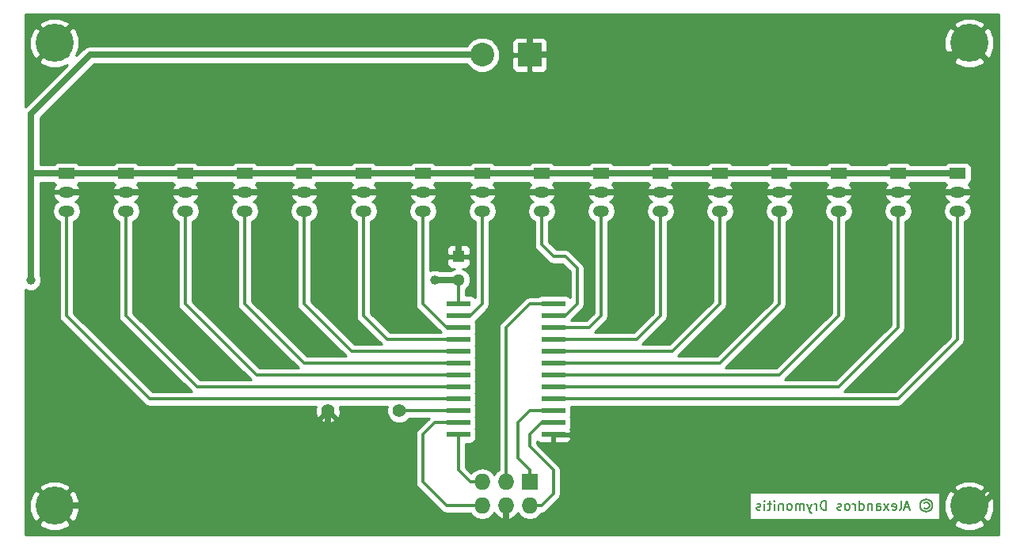
<source format=gbr>
G04 #@! TF.FileFunction,Copper,L2,Bot,Signal*
%FSLAX46Y46*%
G04 Gerber Fmt 4.6, Leading zero omitted, Abs format (unit mm)*
G04 Created by KiCad (PCBNEW 4.0.6+dfsg1-1) date Wed Nov  1 12:46:00 2017*
%MOMM*%
%LPD*%
G01*
G04 APERTURE LIST*
%ADD10C,0.050000*%
%ADD11C,0.190500*%
%ADD12R,1.300000X1.300000*%
%ADD13C,1.300000*%
%ADD14R,1.727200X1.727200*%
%ADD15O,1.727200X1.727200*%
%ADD16R,1.700000X1.200000*%
%ADD17O,1.700000X1.200000*%
%ADD18R,2.540000X2.540000*%
%ADD19C,2.540000*%
%ADD20C,1.397000*%
%ADD21R,2.500000X0.600000*%
%ADD22C,4.064000*%
%ADD23C,1.000000*%
%ADD24C,0.700000*%
%ADD25C,0.300000*%
%ADD26C,0.254000*%
G04 APERTURE END LIST*
D10*
D11*
X188252620Y-124150476D02*
X188347858Y-124102857D01*
X188538334Y-124102857D01*
X188633572Y-124150476D01*
X188728810Y-124245714D01*
X188776429Y-124340952D01*
X188776429Y-124531429D01*
X188728810Y-124626667D01*
X188633572Y-124721905D01*
X188538334Y-124769524D01*
X188347858Y-124769524D01*
X188252620Y-124721905D01*
X188443096Y-123769524D02*
X188681191Y-123817143D01*
X188919287Y-123960000D01*
X189062144Y-124198095D01*
X189109763Y-124436190D01*
X189062144Y-124674286D01*
X188919287Y-124912381D01*
X188681191Y-125055238D01*
X188443096Y-125102857D01*
X188205001Y-125055238D01*
X187966906Y-124912381D01*
X187824049Y-124674286D01*
X187776429Y-124436190D01*
X187824049Y-124198095D01*
X187966906Y-123960000D01*
X188205001Y-123817143D01*
X188443096Y-123769524D01*
X186633572Y-124626667D02*
X186157381Y-124626667D01*
X186728810Y-124912381D02*
X186395477Y-123912381D01*
X186062143Y-124912381D01*
X185585953Y-124912381D02*
X185681191Y-124864762D01*
X185728810Y-124769524D01*
X185728810Y-123912381D01*
X184824047Y-124864762D02*
X184919285Y-124912381D01*
X185109762Y-124912381D01*
X185205000Y-124864762D01*
X185252619Y-124769524D01*
X185252619Y-124388571D01*
X185205000Y-124293333D01*
X185109762Y-124245714D01*
X184919285Y-124245714D01*
X184824047Y-124293333D01*
X184776428Y-124388571D01*
X184776428Y-124483810D01*
X185252619Y-124579048D01*
X184443095Y-124912381D02*
X183919285Y-124245714D01*
X184443095Y-124245714D02*
X183919285Y-124912381D01*
X183109761Y-124912381D02*
X183109761Y-124388571D01*
X183157380Y-124293333D01*
X183252618Y-124245714D01*
X183443095Y-124245714D01*
X183538333Y-124293333D01*
X183109761Y-124864762D02*
X183204999Y-124912381D01*
X183443095Y-124912381D01*
X183538333Y-124864762D01*
X183585952Y-124769524D01*
X183585952Y-124674286D01*
X183538333Y-124579048D01*
X183443095Y-124531429D01*
X183204999Y-124531429D01*
X183109761Y-124483810D01*
X182633571Y-124245714D02*
X182633571Y-124912381D01*
X182633571Y-124340952D02*
X182585952Y-124293333D01*
X182490714Y-124245714D01*
X182347856Y-124245714D01*
X182252618Y-124293333D01*
X182204999Y-124388571D01*
X182204999Y-124912381D01*
X181300237Y-124912381D02*
X181300237Y-123912381D01*
X181300237Y-124864762D02*
X181395475Y-124912381D01*
X181585952Y-124912381D01*
X181681190Y-124864762D01*
X181728809Y-124817143D01*
X181776428Y-124721905D01*
X181776428Y-124436190D01*
X181728809Y-124340952D01*
X181681190Y-124293333D01*
X181585952Y-124245714D01*
X181395475Y-124245714D01*
X181300237Y-124293333D01*
X180824047Y-124912381D02*
X180824047Y-124245714D01*
X180824047Y-124436190D02*
X180776428Y-124340952D01*
X180728809Y-124293333D01*
X180633571Y-124245714D01*
X180538332Y-124245714D01*
X180062142Y-124912381D02*
X180157380Y-124864762D01*
X180204999Y-124817143D01*
X180252618Y-124721905D01*
X180252618Y-124436190D01*
X180204999Y-124340952D01*
X180157380Y-124293333D01*
X180062142Y-124245714D01*
X179919284Y-124245714D01*
X179824046Y-124293333D01*
X179776427Y-124340952D01*
X179728808Y-124436190D01*
X179728808Y-124721905D01*
X179776427Y-124817143D01*
X179824046Y-124864762D01*
X179919284Y-124912381D01*
X180062142Y-124912381D01*
X179347856Y-124864762D02*
X179252618Y-124912381D01*
X179062142Y-124912381D01*
X178966903Y-124864762D01*
X178919284Y-124769524D01*
X178919284Y-124721905D01*
X178966903Y-124626667D01*
X179062142Y-124579048D01*
X179204999Y-124579048D01*
X179300237Y-124531429D01*
X179347856Y-124436190D01*
X179347856Y-124388571D01*
X179300237Y-124293333D01*
X179204999Y-124245714D01*
X179062142Y-124245714D01*
X178966903Y-124293333D01*
X177728808Y-124912381D02*
X177728808Y-123912381D01*
X177490713Y-123912381D01*
X177347855Y-123960000D01*
X177252617Y-124055238D01*
X177204998Y-124150476D01*
X177157379Y-124340952D01*
X177157379Y-124483810D01*
X177204998Y-124674286D01*
X177252617Y-124769524D01*
X177347855Y-124864762D01*
X177490713Y-124912381D01*
X177728808Y-124912381D01*
X176728808Y-124912381D02*
X176728808Y-124245714D01*
X176728808Y-124436190D02*
X176681189Y-124340952D01*
X176633570Y-124293333D01*
X176538332Y-124245714D01*
X176443093Y-124245714D01*
X176204998Y-124245714D02*
X175966903Y-124912381D01*
X175728807Y-124245714D02*
X175966903Y-124912381D01*
X176062141Y-125150476D01*
X176109760Y-125198095D01*
X176204998Y-125245714D01*
X175347855Y-124912381D02*
X175347855Y-124245714D01*
X175347855Y-124340952D02*
X175300236Y-124293333D01*
X175204998Y-124245714D01*
X175062140Y-124245714D01*
X174966902Y-124293333D01*
X174919283Y-124388571D01*
X174919283Y-124912381D01*
X174919283Y-124388571D02*
X174871664Y-124293333D01*
X174776426Y-124245714D01*
X174633569Y-124245714D01*
X174538331Y-124293333D01*
X174490712Y-124388571D01*
X174490712Y-124912381D01*
X173871665Y-124912381D02*
X173966903Y-124864762D01*
X174014522Y-124817143D01*
X174062141Y-124721905D01*
X174062141Y-124436190D01*
X174014522Y-124340952D01*
X173966903Y-124293333D01*
X173871665Y-124245714D01*
X173728807Y-124245714D01*
X173633569Y-124293333D01*
X173585950Y-124340952D01*
X173538331Y-124436190D01*
X173538331Y-124721905D01*
X173585950Y-124817143D01*
X173633569Y-124864762D01*
X173728807Y-124912381D01*
X173871665Y-124912381D01*
X173109760Y-124245714D02*
X173109760Y-124912381D01*
X173109760Y-124340952D02*
X173062141Y-124293333D01*
X172966903Y-124245714D01*
X172824045Y-124245714D01*
X172728807Y-124293333D01*
X172681188Y-124388571D01*
X172681188Y-124912381D01*
X172204998Y-124912381D02*
X172204998Y-124245714D01*
X172204998Y-123912381D02*
X172252617Y-123960000D01*
X172204998Y-124007619D01*
X172157379Y-123960000D01*
X172204998Y-123912381D01*
X172204998Y-124007619D01*
X171871665Y-124245714D02*
X171490713Y-124245714D01*
X171728808Y-123912381D02*
X171728808Y-124769524D01*
X171681189Y-124864762D01*
X171585951Y-124912381D01*
X171490713Y-124912381D01*
X171157379Y-124912381D02*
X171157379Y-124245714D01*
X171157379Y-123912381D02*
X171204998Y-123960000D01*
X171157379Y-124007619D01*
X171109760Y-123960000D01*
X171157379Y-123912381D01*
X171157379Y-124007619D01*
X170728808Y-124864762D02*
X170633570Y-124912381D01*
X170443094Y-124912381D01*
X170347855Y-124864762D01*
X170300236Y-124769524D01*
X170300236Y-124721905D01*
X170347855Y-124626667D01*
X170443094Y-124579048D01*
X170585951Y-124579048D01*
X170681189Y-124531429D01*
X170728808Y-124436190D01*
X170728808Y-124388571D01*
X170681189Y-124293333D01*
X170585951Y-124245714D01*
X170443094Y-124245714D01*
X170347855Y-124293333D01*
D12*
X138430000Y-97790000D03*
D13*
X138430000Y-100290000D03*
D14*
X146050000Y-121920000D03*
D15*
X146050000Y-124460000D03*
X143510000Y-121920000D03*
X143510000Y-124460000D03*
X140970000Y-121920000D03*
X140970000Y-124460000D03*
D16*
X191770000Y-88900000D03*
D17*
X191770000Y-90900000D03*
X191770000Y-92900000D03*
D16*
X185420000Y-88900000D03*
D17*
X185420000Y-90900000D03*
X185420000Y-92900000D03*
D16*
X179070000Y-88900000D03*
D17*
X179070000Y-90900000D03*
X179070000Y-92900000D03*
D16*
X172720000Y-88900000D03*
D17*
X172720000Y-90900000D03*
X172720000Y-92900000D03*
D16*
X166370000Y-88900000D03*
D17*
X166370000Y-90900000D03*
X166370000Y-92900000D03*
D16*
X160020000Y-88900000D03*
D17*
X160020000Y-90900000D03*
X160020000Y-92900000D03*
D16*
X153670000Y-88900000D03*
D17*
X153670000Y-90900000D03*
X153670000Y-92900000D03*
D16*
X147320000Y-88900000D03*
D17*
X147320000Y-90900000D03*
X147320000Y-92900000D03*
D16*
X140970000Y-88900000D03*
D17*
X140970000Y-90900000D03*
X140970000Y-92900000D03*
D16*
X134620000Y-88900000D03*
D17*
X134620000Y-90900000D03*
X134620000Y-92900000D03*
D16*
X128270000Y-88900000D03*
D17*
X128270000Y-90900000D03*
X128270000Y-92900000D03*
D16*
X121920000Y-88900000D03*
D17*
X121920000Y-90900000D03*
X121920000Y-92900000D03*
D18*
X146050000Y-76200000D03*
D19*
X140970000Y-76200000D03*
D16*
X115570000Y-88900000D03*
D17*
X115570000Y-90900000D03*
X115570000Y-92900000D03*
D16*
X109220000Y-88900000D03*
D17*
X109220000Y-90900000D03*
X109220000Y-92900000D03*
D16*
X102870000Y-88900000D03*
D17*
X102870000Y-90900000D03*
X102870000Y-92900000D03*
D16*
X96520000Y-88900000D03*
D17*
X96520000Y-90900000D03*
X96520000Y-92900000D03*
D20*
X132080000Y-114300000D03*
X124460000Y-114300000D03*
D21*
X148590000Y-102870000D03*
X148590000Y-104140000D03*
X148590000Y-105410000D03*
X148590000Y-106680000D03*
X148590000Y-107950000D03*
X148590000Y-109220000D03*
X148590000Y-110490000D03*
X148590000Y-111760000D03*
X148590000Y-113030000D03*
X148590000Y-114300000D03*
X148590000Y-115570000D03*
X148590000Y-116840000D03*
X138430000Y-116840000D03*
X138430000Y-115570000D03*
X138430000Y-114300000D03*
X138430000Y-113030000D03*
X138430000Y-111760000D03*
X138430000Y-110490000D03*
X138430000Y-109220000D03*
X138430000Y-107950000D03*
X138430000Y-106680000D03*
X138430000Y-105410000D03*
X138430000Y-104140000D03*
X138430000Y-102870000D03*
D22*
X95250000Y-124460000D03*
X95250000Y-74930000D03*
X193040000Y-124460000D03*
X193040000Y-74930000D03*
D23*
X92710000Y-100330000D03*
X135890000Y-100330000D03*
D24*
X193040000Y-124460000D02*
X194310000Y-124460000D01*
X194310000Y-124460000D02*
X195580000Y-123190000D01*
X195580000Y-123190000D02*
X195580000Y-90170000D01*
X95250000Y-74930000D02*
X97790000Y-72390000D01*
X146050000Y-72390000D02*
X146050000Y-76200000D01*
X97790000Y-72390000D02*
X146050000Y-72390000D01*
X191770000Y-90900000D02*
X194850000Y-90900000D01*
X195580000Y-77470000D02*
X193040000Y-74930000D01*
X195580000Y-90170000D02*
X195580000Y-77470000D01*
X194850000Y-90900000D02*
X195580000Y-90170000D01*
X146050000Y-76200000D02*
X191770000Y-76200000D01*
X191770000Y-76200000D02*
X193040000Y-74930000D01*
D25*
X148590000Y-116840000D02*
X151130000Y-116840000D01*
X151130000Y-116840000D02*
X151130000Y-127000000D01*
D24*
X143510000Y-124460000D02*
X143510000Y-127000000D01*
X138430000Y-97790000D02*
X138430000Y-91440000D01*
X137890000Y-90900000D02*
X134620000Y-90900000D01*
X138430000Y-91440000D02*
X137890000Y-90900000D01*
X193040000Y-124460000D02*
X190500000Y-127000000D01*
X124460000Y-127000000D02*
X124460000Y-124460000D01*
X190500000Y-127000000D02*
X151130000Y-127000000D01*
X151130000Y-127000000D02*
X143510000Y-127000000D01*
X143510000Y-127000000D02*
X124460000Y-127000000D01*
X95250000Y-124460000D02*
X124460000Y-124460000D01*
X124460000Y-124460000D02*
X124460000Y-114300000D01*
X185420000Y-90900000D02*
X191770000Y-90900000D01*
X179070000Y-90900000D02*
X185420000Y-90900000D01*
X172720000Y-90900000D02*
X179070000Y-90900000D01*
X166370000Y-90900000D02*
X172720000Y-90900000D01*
X160020000Y-90900000D02*
X166370000Y-90900000D01*
X153670000Y-90900000D02*
X160020000Y-90900000D01*
X147320000Y-90900000D02*
X153670000Y-90900000D01*
X140970000Y-90900000D02*
X147320000Y-90900000D01*
X134620000Y-90900000D02*
X140970000Y-90900000D01*
X128270000Y-90900000D02*
X134620000Y-90900000D01*
X121920000Y-90900000D02*
X128270000Y-90900000D01*
X115570000Y-90900000D02*
X121920000Y-90900000D01*
X109220000Y-90900000D02*
X115570000Y-90900000D01*
X102870000Y-90900000D02*
X109220000Y-90900000D01*
X96520000Y-90900000D02*
X102870000Y-90900000D01*
X96520000Y-76200000D02*
X95250000Y-74930000D01*
X138430000Y-100290000D02*
X135930000Y-100290000D01*
X92710000Y-100330000D02*
X92710000Y-88900000D01*
X135930000Y-100290000D02*
X135890000Y-100330000D01*
X140970000Y-76200000D02*
X99060000Y-76200000D01*
X92710000Y-82550000D02*
X92710000Y-88900000D01*
X99060000Y-76200000D02*
X92710000Y-82550000D01*
X92710000Y-88900000D02*
X96520000Y-88900000D01*
D25*
X138430000Y-100290000D02*
X138430000Y-102870000D01*
D24*
X102870000Y-88900000D02*
X96520000Y-88900000D01*
X109220000Y-88900000D02*
X102870000Y-88900000D01*
X115570000Y-88900000D02*
X109220000Y-88900000D01*
X121920000Y-88900000D02*
X115570000Y-88900000D01*
X128270000Y-88900000D02*
X121920000Y-88900000D01*
X134620000Y-88900000D02*
X128270000Y-88900000D01*
X140970000Y-88900000D02*
X134620000Y-88900000D01*
X147320000Y-88900000D02*
X140970000Y-88900000D01*
X153670000Y-88900000D02*
X147320000Y-88900000D01*
X160020000Y-88900000D02*
X153670000Y-88900000D01*
X166370000Y-88900000D02*
X160020000Y-88900000D01*
X172720000Y-88900000D02*
X166370000Y-88900000D01*
X179070000Y-88900000D02*
X172720000Y-88900000D01*
X185420000Y-88900000D02*
X179070000Y-88900000D01*
X191770000Y-88900000D02*
X185420000Y-88900000D01*
D25*
X146050000Y-121920000D02*
X146050000Y-120650000D01*
X146050000Y-114300000D02*
X148590000Y-114300000D01*
X144780000Y-115570000D02*
X146050000Y-114300000D01*
X144780000Y-119380000D02*
X144780000Y-115570000D01*
X146050000Y-120650000D02*
X144780000Y-119380000D01*
X146050000Y-124460000D02*
X147320000Y-124460000D01*
X147320000Y-115570000D02*
X148590000Y-115570000D01*
X146050000Y-116840000D02*
X147320000Y-115570000D01*
X146050000Y-118110000D02*
X146050000Y-116840000D01*
X148590000Y-120650000D02*
X146050000Y-118110000D01*
X148590000Y-123190000D02*
X148590000Y-120650000D01*
X147320000Y-124460000D02*
X148590000Y-123190000D01*
X148590000Y-102870000D02*
X146050000Y-102870000D01*
X143510000Y-105410000D02*
X143510000Y-121920000D01*
X146050000Y-102870000D02*
X143510000Y-105410000D01*
X140970000Y-121920000D02*
X139700000Y-121920000D01*
X138430000Y-120650000D02*
X138430000Y-116840000D01*
X139700000Y-121920000D02*
X138430000Y-120650000D01*
X140970000Y-124460000D02*
X137160000Y-124460000D01*
X135890000Y-115570000D02*
X138430000Y-115570000D01*
X134620000Y-116840000D02*
X135890000Y-115570000D01*
X134620000Y-121920000D02*
X134620000Y-116840000D01*
X137160000Y-124460000D02*
X134620000Y-121920000D01*
X148590000Y-113030000D02*
X185420000Y-113030000D01*
X191770000Y-106680000D02*
X191770000Y-92900000D01*
X185420000Y-113030000D02*
X191770000Y-106680000D01*
X148590000Y-111760000D02*
X179070000Y-111760000D01*
X185420000Y-105410000D02*
X185420000Y-92900000D01*
X179070000Y-111760000D02*
X185420000Y-105410000D01*
X148590000Y-110490000D02*
X172720000Y-110490000D01*
X179070000Y-104140000D02*
X179070000Y-92900000D01*
X172720000Y-110490000D02*
X179070000Y-104140000D01*
X148590000Y-109220000D02*
X166370000Y-109220000D01*
X172720000Y-102870000D02*
X172720000Y-92900000D01*
X166370000Y-109220000D02*
X172720000Y-102870000D01*
X148590000Y-107950000D02*
X161290000Y-107950000D01*
X166370000Y-102870000D02*
X166370000Y-92900000D01*
X161290000Y-107950000D02*
X166370000Y-102870000D01*
X148590000Y-106680000D02*
X157480000Y-106680000D01*
X160020000Y-104140000D02*
X160020000Y-92900000D01*
X157480000Y-106680000D02*
X160020000Y-104140000D01*
X148590000Y-105410000D02*
X152400000Y-105410000D01*
X153670000Y-104140000D02*
X153670000Y-92900000D01*
X152400000Y-105410000D02*
X153670000Y-104140000D01*
X148590000Y-104140000D02*
X149860000Y-104140000D01*
X147320000Y-96520000D02*
X147320000Y-92900000D01*
X148590000Y-97790000D02*
X147320000Y-96520000D01*
X149860000Y-97790000D02*
X148590000Y-97790000D01*
X151130000Y-99060000D02*
X149860000Y-97790000D01*
X151130000Y-102870000D02*
X151130000Y-99060000D01*
X149860000Y-104140000D02*
X151130000Y-102870000D01*
X140970000Y-92900000D02*
X140970000Y-102870000D01*
X139700000Y-104140000D02*
X138430000Y-104140000D01*
X140970000Y-102870000D02*
X139700000Y-104140000D01*
X138430000Y-105410000D02*
X137160000Y-105410000D01*
X134620000Y-102870000D02*
X134620000Y-92900000D01*
X137160000Y-105410000D02*
X134620000Y-102870000D01*
X138430000Y-106680000D02*
X130810000Y-106680000D01*
X128270000Y-104140000D02*
X128270000Y-92900000D01*
X130810000Y-106680000D02*
X128270000Y-104140000D01*
X138430000Y-107950000D02*
X127000000Y-107950000D01*
X121920000Y-102870000D02*
X121920000Y-92900000D01*
X127000000Y-107950000D02*
X121920000Y-102870000D01*
X138430000Y-109220000D02*
X121920000Y-109220000D01*
X115570000Y-102870000D02*
X115570000Y-92900000D01*
X121920000Y-109220000D02*
X115570000Y-102870000D01*
X138430000Y-110490000D02*
X116840000Y-110490000D01*
X109220000Y-102870000D02*
X109220000Y-92900000D01*
X116840000Y-110490000D02*
X109220000Y-102870000D01*
X138430000Y-111760000D02*
X110490000Y-111760000D01*
X102870000Y-104140000D02*
X102870000Y-92900000D01*
X110490000Y-111760000D02*
X102870000Y-104140000D01*
X138430000Y-113030000D02*
X105410000Y-113030000D01*
X96520000Y-104140000D02*
X96520000Y-92900000D01*
X105410000Y-113030000D02*
X96520000Y-104140000D01*
X132080000Y-114300000D02*
X138430000Y-114300000D01*
D26*
G36*
X196140000Y-127560000D02*
X92150000Y-127560000D01*
X92150000Y-126358121D01*
X93531484Y-126358121D01*
X93756154Y-126732168D01*
X94739388Y-127130880D01*
X95800357Y-127122975D01*
X96743846Y-126732168D01*
X96968516Y-126358121D01*
X191321484Y-126358121D01*
X191546154Y-126732168D01*
X192529388Y-127130880D01*
X193590357Y-127122975D01*
X194533846Y-126732168D01*
X194758516Y-126358121D01*
X193040000Y-124639605D01*
X191321484Y-126358121D01*
X96968516Y-126358121D01*
X95250000Y-124639605D01*
X93531484Y-126358121D01*
X92150000Y-126358121D01*
X92150000Y-123949388D01*
X92579120Y-123949388D01*
X92587025Y-125010357D01*
X92977832Y-125953846D01*
X93351879Y-126178516D01*
X95070395Y-124460000D01*
X95429605Y-124460000D01*
X97148121Y-126178516D01*
X97522168Y-125953846D01*
X97920880Y-124970612D01*
X97912975Y-123909643D01*
X97522168Y-122966154D01*
X97148121Y-122741484D01*
X95429605Y-124460000D01*
X95070395Y-124460000D01*
X93351879Y-122741484D01*
X92977832Y-122966154D01*
X92579120Y-123949388D01*
X92150000Y-123949388D01*
X92150000Y-122561879D01*
X93531484Y-122561879D01*
X95250000Y-124280395D01*
X96968516Y-122561879D01*
X96743846Y-122187832D01*
X95760612Y-121789120D01*
X94699643Y-121797025D01*
X93756154Y-122187832D01*
X93531484Y-122561879D01*
X92150000Y-122561879D01*
X92150000Y-115234188D01*
X123705417Y-115234188D01*
X123767071Y-115469800D01*
X124267480Y-115645927D01*
X124797199Y-115617148D01*
X125152929Y-115469800D01*
X125214583Y-115234188D01*
X124460000Y-114479605D01*
X123705417Y-115234188D01*
X92150000Y-115234188D01*
X92150000Y-101326427D01*
X92483244Y-101464803D01*
X92934775Y-101465197D01*
X93352086Y-101292767D01*
X93671645Y-100973765D01*
X93844803Y-100556756D01*
X93845197Y-100105225D01*
X93695000Y-99741722D01*
X93695000Y-92900000D01*
X95005907Y-92900000D01*
X95099916Y-93372614D01*
X95367630Y-93773277D01*
X95735000Y-94018745D01*
X95735000Y-104140000D01*
X95794755Y-104440407D01*
X95964921Y-104695079D01*
X104854921Y-113585079D01*
X105109594Y-113755245D01*
X105410000Y-113815001D01*
X105410005Y-113815000D01*
X123217016Y-113815000D01*
X123114073Y-114107480D01*
X123142852Y-114637199D01*
X123290200Y-114992929D01*
X123525812Y-115054583D01*
X124280395Y-114300000D01*
X124266253Y-114285858D01*
X124445858Y-114106253D01*
X124460000Y-114120395D01*
X124474143Y-114106253D01*
X124653748Y-114285858D01*
X124639605Y-114300000D01*
X125394188Y-115054583D01*
X125629800Y-114992929D01*
X125805927Y-114492520D01*
X125777148Y-113962801D01*
X125715927Y-113815000D01*
X130837497Y-113815000D01*
X130746732Y-114033587D01*
X130746269Y-114564086D01*
X130948854Y-115054380D01*
X131323647Y-115429827D01*
X131813587Y-115633268D01*
X132344086Y-115633731D01*
X132834380Y-115431146D01*
X133181130Y-115085000D01*
X135264842Y-115085000D01*
X134064921Y-116284921D01*
X133894755Y-116539593D01*
X133894755Y-116539594D01*
X133835000Y-116840000D01*
X133835000Y-121920000D01*
X133894755Y-122220407D01*
X134064921Y-122475079D01*
X136604921Y-125015079D01*
X136859594Y-125185245D01*
X137160000Y-125245000D01*
X139707184Y-125245000D01*
X139910330Y-125549029D01*
X140396511Y-125873885D01*
X140970000Y-125987959D01*
X141543489Y-125873885D01*
X142029670Y-125549029D01*
X142245664Y-125225772D01*
X142303179Y-125348490D01*
X142735053Y-125742688D01*
X143150974Y-125914958D01*
X143383000Y-125793817D01*
X143383000Y-124587000D01*
X143363000Y-124587000D01*
X143363000Y-124333000D01*
X143383000Y-124333000D01*
X143383000Y-124313000D01*
X143637000Y-124313000D01*
X143637000Y-124333000D01*
X143657000Y-124333000D01*
X143657000Y-124587000D01*
X143637000Y-124587000D01*
X143637000Y-125793817D01*
X143869026Y-125914958D01*
X144284947Y-125742688D01*
X144716821Y-125348490D01*
X144774336Y-125225772D01*
X144990330Y-125549029D01*
X145476511Y-125873885D01*
X146050000Y-125987959D01*
X146623489Y-125873885D01*
X147109670Y-125549029D01*
X147312816Y-125245000D01*
X147320000Y-125245000D01*
X147620407Y-125185245D01*
X147875079Y-125015079D01*
X149145079Y-123745079D01*
X149315245Y-123490407D01*
X149375000Y-123190000D01*
X149375000Y-123029750D01*
X169474761Y-123029750D01*
X169474761Y-125990250D01*
X189935240Y-125990250D01*
X189935240Y-123949388D01*
X190369120Y-123949388D01*
X190377025Y-125010357D01*
X190767832Y-125953846D01*
X191141879Y-126178516D01*
X192860395Y-124460000D01*
X193219605Y-124460000D01*
X194938121Y-126178516D01*
X195312168Y-125953846D01*
X195710880Y-124970612D01*
X195702975Y-123909643D01*
X195312168Y-122966154D01*
X194938121Y-122741484D01*
X193219605Y-124460000D01*
X192860395Y-124460000D01*
X191141879Y-122741484D01*
X190767832Y-122966154D01*
X190369120Y-123949388D01*
X189935240Y-123949388D01*
X189935240Y-123029750D01*
X169474761Y-123029750D01*
X149375000Y-123029750D01*
X149375000Y-122561879D01*
X191321484Y-122561879D01*
X193040000Y-124280395D01*
X194758516Y-122561879D01*
X194533846Y-122187832D01*
X193550612Y-121789120D01*
X192489643Y-121797025D01*
X191546154Y-122187832D01*
X191321484Y-122561879D01*
X149375000Y-122561879D01*
X149375000Y-120650000D01*
X149315245Y-120349594D01*
X149145079Y-120094921D01*
X146835000Y-117784842D01*
X146835000Y-117533026D01*
X146980302Y-117678327D01*
X147213691Y-117775000D01*
X148304250Y-117775000D01*
X148463000Y-117616250D01*
X148463000Y-116967000D01*
X148717000Y-116967000D01*
X148717000Y-117616250D01*
X148875750Y-117775000D01*
X149966309Y-117775000D01*
X150199698Y-117678327D01*
X150378327Y-117499699D01*
X150475000Y-117266310D01*
X150475000Y-117125750D01*
X150316250Y-116967000D01*
X148717000Y-116967000D01*
X148463000Y-116967000D01*
X148443000Y-116967000D01*
X148443000Y-116713000D01*
X148463000Y-116713000D01*
X148463000Y-116693000D01*
X148717000Y-116693000D01*
X148717000Y-116713000D01*
X150316250Y-116713000D01*
X150475000Y-116554250D01*
X150475000Y-116413690D01*
X150385194Y-116196878D01*
X150436431Y-116121890D01*
X150487440Y-115870000D01*
X150487440Y-115270000D01*
X150443162Y-115034683D01*
X150379322Y-114935472D01*
X150436431Y-114851890D01*
X150487440Y-114600000D01*
X150487440Y-114000000D01*
X150452630Y-113815000D01*
X185420000Y-113815000D01*
X185720407Y-113755245D01*
X185975079Y-113585079D01*
X192325079Y-107235079D01*
X192495245Y-106980407D01*
X192555000Y-106680000D01*
X192555000Y-94018745D01*
X192922370Y-93773277D01*
X193190084Y-93372614D01*
X193284093Y-92900000D01*
X193190084Y-92427386D01*
X192922370Y-92026723D01*
X192729109Y-91897590D01*
X192951933Y-91729125D01*
X193198286Y-91309376D01*
X193213462Y-91217609D01*
X193088731Y-91027000D01*
X191897000Y-91027000D01*
X191897000Y-91047000D01*
X191643000Y-91047000D01*
X191643000Y-91027000D01*
X190451269Y-91027000D01*
X190326538Y-91217609D01*
X190341714Y-91309376D01*
X190588067Y-91729125D01*
X190810891Y-91897590D01*
X190617630Y-92026723D01*
X190349916Y-92427386D01*
X190255907Y-92900000D01*
X190349916Y-93372614D01*
X190617630Y-93773277D01*
X190985000Y-94018745D01*
X190985000Y-106354842D01*
X185094842Y-112245000D01*
X179695158Y-112245000D01*
X185975079Y-105965079D01*
X186145245Y-105710407D01*
X186205000Y-105410000D01*
X186205000Y-94018745D01*
X186572370Y-93773277D01*
X186840084Y-93372614D01*
X186934093Y-92900000D01*
X186840084Y-92427386D01*
X186572370Y-92026723D01*
X186379109Y-91897590D01*
X186601933Y-91729125D01*
X186848286Y-91309376D01*
X186863462Y-91217609D01*
X186738731Y-91027000D01*
X185547000Y-91027000D01*
X185547000Y-91047000D01*
X185293000Y-91047000D01*
X185293000Y-91027000D01*
X184101269Y-91027000D01*
X183976538Y-91217609D01*
X183991714Y-91309376D01*
X184238067Y-91729125D01*
X184460891Y-91897590D01*
X184267630Y-92026723D01*
X183999916Y-92427386D01*
X183905907Y-92900000D01*
X183999916Y-93372614D01*
X184267630Y-93773277D01*
X184635000Y-94018745D01*
X184635000Y-105084842D01*
X178744842Y-110975000D01*
X173345158Y-110975000D01*
X179625079Y-104695079D01*
X179795245Y-104440407D01*
X179855000Y-104140000D01*
X179855000Y-94018745D01*
X180222370Y-93773277D01*
X180490084Y-93372614D01*
X180584093Y-92900000D01*
X180490084Y-92427386D01*
X180222370Y-92026723D01*
X180029109Y-91897590D01*
X180251933Y-91729125D01*
X180498286Y-91309376D01*
X180513462Y-91217609D01*
X180388731Y-91027000D01*
X179197000Y-91027000D01*
X179197000Y-91047000D01*
X178943000Y-91047000D01*
X178943000Y-91027000D01*
X177751269Y-91027000D01*
X177626538Y-91217609D01*
X177641714Y-91309376D01*
X177888067Y-91729125D01*
X178110891Y-91897590D01*
X177917630Y-92026723D01*
X177649916Y-92427386D01*
X177555907Y-92900000D01*
X177649916Y-93372614D01*
X177917630Y-93773277D01*
X178285000Y-94018745D01*
X178285000Y-103814842D01*
X172394842Y-109705000D01*
X166995158Y-109705000D01*
X173275079Y-103425079D01*
X173445245Y-103170407D01*
X173505000Y-102870000D01*
X173505000Y-94018745D01*
X173872370Y-93773277D01*
X174140084Y-93372614D01*
X174234093Y-92900000D01*
X174140084Y-92427386D01*
X173872370Y-92026723D01*
X173679109Y-91897590D01*
X173901933Y-91729125D01*
X174148286Y-91309376D01*
X174163462Y-91217609D01*
X174038731Y-91027000D01*
X172847000Y-91027000D01*
X172847000Y-91047000D01*
X172593000Y-91047000D01*
X172593000Y-91027000D01*
X171401269Y-91027000D01*
X171276538Y-91217609D01*
X171291714Y-91309376D01*
X171538067Y-91729125D01*
X171760891Y-91897590D01*
X171567630Y-92026723D01*
X171299916Y-92427386D01*
X171205907Y-92900000D01*
X171299916Y-93372614D01*
X171567630Y-93773277D01*
X171935000Y-94018745D01*
X171935000Y-102544842D01*
X166044842Y-108435000D01*
X161915158Y-108435000D01*
X166925079Y-103425079D01*
X167095245Y-103170406D01*
X167155000Y-102870000D01*
X167155000Y-94018745D01*
X167522370Y-93773277D01*
X167790084Y-93372614D01*
X167884093Y-92900000D01*
X167790084Y-92427386D01*
X167522370Y-92026723D01*
X167329109Y-91897590D01*
X167551933Y-91729125D01*
X167798286Y-91309376D01*
X167813462Y-91217609D01*
X167688731Y-91027000D01*
X166497000Y-91027000D01*
X166497000Y-91047000D01*
X166243000Y-91047000D01*
X166243000Y-91027000D01*
X165051269Y-91027000D01*
X164926538Y-91217609D01*
X164941714Y-91309376D01*
X165188067Y-91729125D01*
X165410891Y-91897590D01*
X165217630Y-92026723D01*
X164949916Y-92427386D01*
X164855907Y-92900000D01*
X164949916Y-93372614D01*
X165217630Y-93773277D01*
X165585000Y-94018745D01*
X165585000Y-102544842D01*
X160964842Y-107165000D01*
X158105158Y-107165000D01*
X160575079Y-104695079D01*
X160745244Y-104440407D01*
X160745245Y-104440406D01*
X160805000Y-104140000D01*
X160805000Y-94018745D01*
X161172370Y-93773277D01*
X161440084Y-93372614D01*
X161534093Y-92900000D01*
X161440084Y-92427386D01*
X161172370Y-92026723D01*
X160979109Y-91897590D01*
X161201933Y-91729125D01*
X161448286Y-91309376D01*
X161463462Y-91217609D01*
X161338731Y-91027000D01*
X160147000Y-91027000D01*
X160147000Y-91047000D01*
X159893000Y-91047000D01*
X159893000Y-91027000D01*
X158701269Y-91027000D01*
X158576538Y-91217609D01*
X158591714Y-91309376D01*
X158838067Y-91729125D01*
X159060891Y-91897590D01*
X158867630Y-92026723D01*
X158599916Y-92427386D01*
X158505907Y-92900000D01*
X158599916Y-93372614D01*
X158867630Y-93773277D01*
X159235000Y-94018745D01*
X159235000Y-103814842D01*
X157154842Y-105895000D01*
X153025158Y-105895000D01*
X154225079Y-104695079D01*
X154395245Y-104440407D01*
X154455000Y-104140000D01*
X154455000Y-94018745D01*
X154822370Y-93773277D01*
X155090084Y-93372614D01*
X155184093Y-92900000D01*
X155090084Y-92427386D01*
X154822370Y-92026723D01*
X154629109Y-91897590D01*
X154851933Y-91729125D01*
X155098286Y-91309376D01*
X155113462Y-91217609D01*
X154988731Y-91027000D01*
X153797000Y-91027000D01*
X153797000Y-91047000D01*
X153543000Y-91047000D01*
X153543000Y-91027000D01*
X152351269Y-91027000D01*
X152226538Y-91217609D01*
X152241714Y-91309376D01*
X152488067Y-91729125D01*
X152710891Y-91897590D01*
X152517630Y-92026723D01*
X152249916Y-92427386D01*
X152155907Y-92900000D01*
X152249916Y-93372614D01*
X152517630Y-93773277D01*
X152885000Y-94018745D01*
X152885000Y-103814842D01*
X152074842Y-104625000D01*
X150485158Y-104625000D01*
X151685079Y-103425079D01*
X151855245Y-103170407D01*
X151915000Y-102870000D01*
X151915000Y-99060000D01*
X151855245Y-98759594D01*
X151855245Y-98759593D01*
X151685079Y-98504921D01*
X150415079Y-97234921D01*
X150160407Y-97064755D01*
X149860000Y-97005000D01*
X148915158Y-97005000D01*
X148105000Y-96194842D01*
X148105000Y-94018745D01*
X148472370Y-93773277D01*
X148740084Y-93372614D01*
X148834093Y-92900000D01*
X148740084Y-92427386D01*
X148472370Y-92026723D01*
X148279109Y-91897590D01*
X148501933Y-91729125D01*
X148748286Y-91309376D01*
X148763462Y-91217609D01*
X148638731Y-91027000D01*
X147447000Y-91027000D01*
X147447000Y-91047000D01*
X147193000Y-91047000D01*
X147193000Y-91027000D01*
X146001269Y-91027000D01*
X145876538Y-91217609D01*
X145891714Y-91309376D01*
X146138067Y-91729125D01*
X146360891Y-91897590D01*
X146167630Y-92026723D01*
X145899916Y-92427386D01*
X145805907Y-92900000D01*
X145899916Y-93372614D01*
X146167630Y-93773277D01*
X146535000Y-94018745D01*
X146535000Y-96520000D01*
X146594755Y-96820407D01*
X146764921Y-97075079D01*
X148034921Y-98345079D01*
X148289593Y-98515245D01*
X148590000Y-98575000D01*
X149534842Y-98575000D01*
X150345000Y-99385158D01*
X150345000Y-102182135D01*
X150304090Y-102118559D01*
X150091890Y-101973569D01*
X149840000Y-101922560D01*
X147340000Y-101922560D01*
X147104683Y-101966838D01*
X146921054Y-102085000D01*
X146050000Y-102085000D01*
X145749594Y-102144755D01*
X145749592Y-102144756D01*
X145749593Y-102144756D01*
X145494921Y-102314921D01*
X142954921Y-104854921D01*
X142784755Y-105109593D01*
X142784755Y-105109594D01*
X142725000Y-105410000D01*
X142725000Y-120647442D01*
X142450330Y-120830971D01*
X142240000Y-121145752D01*
X142029670Y-120830971D01*
X141543489Y-120506115D01*
X140970000Y-120392041D01*
X140396511Y-120506115D01*
X139910330Y-120830971D01*
X139834547Y-120944389D01*
X139215000Y-120324842D01*
X139215000Y-117787440D01*
X139680000Y-117787440D01*
X139915317Y-117743162D01*
X140131441Y-117604090D01*
X140276431Y-117391890D01*
X140327440Y-117140000D01*
X140327440Y-116540000D01*
X140283162Y-116304683D01*
X140219322Y-116205472D01*
X140276431Y-116121890D01*
X140327440Y-115870000D01*
X140327440Y-115270000D01*
X140283162Y-115034683D01*
X140219322Y-114935472D01*
X140276431Y-114851890D01*
X140327440Y-114600000D01*
X140327440Y-114000000D01*
X140283162Y-113764683D01*
X140219322Y-113665472D01*
X140276431Y-113581890D01*
X140327440Y-113330000D01*
X140327440Y-112730000D01*
X140283162Y-112494683D01*
X140219322Y-112395472D01*
X140276431Y-112311890D01*
X140327440Y-112060000D01*
X140327440Y-111460000D01*
X140283162Y-111224683D01*
X140219322Y-111125472D01*
X140276431Y-111041890D01*
X140327440Y-110790000D01*
X140327440Y-110190000D01*
X140283162Y-109954683D01*
X140219322Y-109855472D01*
X140276431Y-109771890D01*
X140327440Y-109520000D01*
X140327440Y-108920000D01*
X140283162Y-108684683D01*
X140219322Y-108585472D01*
X140276431Y-108501890D01*
X140327440Y-108250000D01*
X140327440Y-107650000D01*
X140283162Y-107414683D01*
X140219322Y-107315472D01*
X140276431Y-107231890D01*
X140327440Y-106980000D01*
X140327440Y-106380000D01*
X140283162Y-106144683D01*
X140219322Y-106045472D01*
X140276431Y-105961890D01*
X140327440Y-105710000D01*
X140327440Y-105110000D01*
X140283162Y-104874683D01*
X140219322Y-104775472D01*
X140276431Y-104691890D01*
X140281043Y-104669115D01*
X141525079Y-103425079D01*
X141695245Y-103170407D01*
X141755000Y-102870000D01*
X141755000Y-94018745D01*
X142122370Y-93773277D01*
X142390084Y-93372614D01*
X142484093Y-92900000D01*
X142390084Y-92427386D01*
X142122370Y-92026723D01*
X141929109Y-91897590D01*
X142151933Y-91729125D01*
X142398286Y-91309376D01*
X142413462Y-91217609D01*
X142288731Y-91027000D01*
X141097000Y-91027000D01*
X141097000Y-91047000D01*
X140843000Y-91047000D01*
X140843000Y-91027000D01*
X139651269Y-91027000D01*
X139526538Y-91217609D01*
X139541714Y-91309376D01*
X139788067Y-91729125D01*
X140010891Y-91897590D01*
X139817630Y-92026723D01*
X139549916Y-92427386D01*
X139455907Y-92900000D01*
X139549916Y-93372614D01*
X139817630Y-93773277D01*
X140185000Y-94018745D01*
X140185000Y-102182135D01*
X140144090Y-102118559D01*
X139931890Y-101973569D01*
X139680000Y-101922560D01*
X139215000Y-101922560D01*
X139215000Y-101322049D01*
X139518735Y-101018845D01*
X139714777Y-100546724D01*
X139715223Y-100035519D01*
X139520005Y-99563057D01*
X139158845Y-99201265D01*
X138854765Y-99075000D01*
X139206310Y-99075000D01*
X139439699Y-98978327D01*
X139618327Y-98799698D01*
X139715000Y-98566309D01*
X139715000Y-98075750D01*
X139556250Y-97917000D01*
X138557000Y-97917000D01*
X138557000Y-97937000D01*
X138303000Y-97937000D01*
X138303000Y-97917000D01*
X137303750Y-97917000D01*
X137145000Y-98075750D01*
X137145000Y-98566309D01*
X137241673Y-98799698D01*
X137420301Y-98978327D01*
X137653690Y-99075000D01*
X138005567Y-99075000D01*
X137703057Y-99199995D01*
X137597868Y-99305000D01*
X136381190Y-99305000D01*
X136116756Y-99195197D01*
X135665225Y-99194803D01*
X135405000Y-99302326D01*
X135405000Y-97013691D01*
X137145000Y-97013691D01*
X137145000Y-97504250D01*
X137303750Y-97663000D01*
X138303000Y-97663000D01*
X138303000Y-96663750D01*
X138557000Y-96663750D01*
X138557000Y-97663000D01*
X139556250Y-97663000D01*
X139715000Y-97504250D01*
X139715000Y-97013691D01*
X139618327Y-96780302D01*
X139439699Y-96601673D01*
X139206310Y-96505000D01*
X138715750Y-96505000D01*
X138557000Y-96663750D01*
X138303000Y-96663750D01*
X138144250Y-96505000D01*
X137653690Y-96505000D01*
X137420301Y-96601673D01*
X137241673Y-96780302D01*
X137145000Y-97013691D01*
X135405000Y-97013691D01*
X135405000Y-94018745D01*
X135772370Y-93773277D01*
X136040084Y-93372614D01*
X136134093Y-92900000D01*
X136040084Y-92427386D01*
X135772370Y-92026723D01*
X135579109Y-91897590D01*
X135801933Y-91729125D01*
X136048286Y-91309376D01*
X136063462Y-91217609D01*
X135938731Y-91027000D01*
X134747000Y-91027000D01*
X134747000Y-91047000D01*
X134493000Y-91047000D01*
X134493000Y-91027000D01*
X133301269Y-91027000D01*
X133176538Y-91217609D01*
X133191714Y-91309376D01*
X133438067Y-91729125D01*
X133660891Y-91897590D01*
X133467630Y-92026723D01*
X133199916Y-92427386D01*
X133105907Y-92900000D01*
X133199916Y-93372614D01*
X133467630Y-93773277D01*
X133835000Y-94018745D01*
X133835000Y-102870000D01*
X133894755Y-103170407D01*
X134064921Y-103425079D01*
X136534842Y-105895000D01*
X131135158Y-105895000D01*
X129055000Y-103814842D01*
X129055000Y-94018745D01*
X129422370Y-93773277D01*
X129690084Y-93372614D01*
X129784093Y-92900000D01*
X129690084Y-92427386D01*
X129422370Y-92026723D01*
X129229109Y-91897590D01*
X129451933Y-91729125D01*
X129698286Y-91309376D01*
X129713462Y-91217609D01*
X129588731Y-91027000D01*
X128397000Y-91027000D01*
X128397000Y-91047000D01*
X128143000Y-91047000D01*
X128143000Y-91027000D01*
X126951269Y-91027000D01*
X126826538Y-91217609D01*
X126841714Y-91309376D01*
X127088067Y-91729125D01*
X127310891Y-91897590D01*
X127117630Y-92026723D01*
X126849916Y-92427386D01*
X126755907Y-92900000D01*
X126849916Y-93372614D01*
X127117630Y-93773277D01*
X127485000Y-94018745D01*
X127485000Y-104140000D01*
X127544755Y-104440407D01*
X127714921Y-104695079D01*
X130184842Y-107165000D01*
X127325158Y-107165000D01*
X122705000Y-102544842D01*
X122705000Y-94018745D01*
X123072370Y-93773277D01*
X123340084Y-93372614D01*
X123434093Y-92900000D01*
X123340084Y-92427386D01*
X123072370Y-92026723D01*
X122879109Y-91897590D01*
X123101933Y-91729125D01*
X123348286Y-91309376D01*
X123363462Y-91217609D01*
X123238731Y-91027000D01*
X122047000Y-91027000D01*
X122047000Y-91047000D01*
X121793000Y-91047000D01*
X121793000Y-91027000D01*
X120601269Y-91027000D01*
X120476538Y-91217609D01*
X120491714Y-91309376D01*
X120738067Y-91729125D01*
X120960891Y-91897590D01*
X120767630Y-92026723D01*
X120499916Y-92427386D01*
X120405907Y-92900000D01*
X120499916Y-93372614D01*
X120767630Y-93773277D01*
X121135000Y-94018745D01*
X121135000Y-102870000D01*
X121194755Y-103170407D01*
X121364921Y-103425079D01*
X126374842Y-108435000D01*
X122245158Y-108435000D01*
X116355000Y-102544842D01*
X116355000Y-94018745D01*
X116722370Y-93773277D01*
X116990084Y-93372614D01*
X117084093Y-92900000D01*
X116990084Y-92427386D01*
X116722370Y-92026723D01*
X116529109Y-91897590D01*
X116751933Y-91729125D01*
X116998286Y-91309376D01*
X117013462Y-91217609D01*
X116888731Y-91027000D01*
X115697000Y-91027000D01*
X115697000Y-91047000D01*
X115443000Y-91047000D01*
X115443000Y-91027000D01*
X114251269Y-91027000D01*
X114126538Y-91217609D01*
X114141714Y-91309376D01*
X114388067Y-91729125D01*
X114610891Y-91897590D01*
X114417630Y-92026723D01*
X114149916Y-92427386D01*
X114055907Y-92900000D01*
X114149916Y-93372614D01*
X114417630Y-93773277D01*
X114785000Y-94018745D01*
X114785000Y-102870000D01*
X114844755Y-103170407D01*
X115014921Y-103425079D01*
X121294842Y-109705000D01*
X117165158Y-109705000D01*
X110005000Y-102544842D01*
X110005000Y-94018745D01*
X110372370Y-93773277D01*
X110640084Y-93372614D01*
X110734093Y-92900000D01*
X110640084Y-92427386D01*
X110372370Y-92026723D01*
X110179109Y-91897590D01*
X110401933Y-91729125D01*
X110648286Y-91309376D01*
X110663462Y-91217609D01*
X110538731Y-91027000D01*
X109347000Y-91027000D01*
X109347000Y-91047000D01*
X109093000Y-91047000D01*
X109093000Y-91027000D01*
X107901269Y-91027000D01*
X107776538Y-91217609D01*
X107791714Y-91309376D01*
X108038067Y-91729125D01*
X108260891Y-91897590D01*
X108067630Y-92026723D01*
X107799916Y-92427386D01*
X107705907Y-92900000D01*
X107799916Y-93372614D01*
X108067630Y-93773277D01*
X108435000Y-94018745D01*
X108435000Y-102870000D01*
X108494755Y-103170407D01*
X108664921Y-103425079D01*
X116214842Y-110975000D01*
X110815158Y-110975000D01*
X103655000Y-103814842D01*
X103655000Y-94018745D01*
X104022370Y-93773277D01*
X104290084Y-93372614D01*
X104384093Y-92900000D01*
X104290084Y-92427386D01*
X104022370Y-92026723D01*
X103829109Y-91897590D01*
X104051933Y-91729125D01*
X104298286Y-91309376D01*
X104313462Y-91217609D01*
X104188731Y-91027000D01*
X102997000Y-91027000D01*
X102997000Y-91047000D01*
X102743000Y-91047000D01*
X102743000Y-91027000D01*
X101551269Y-91027000D01*
X101426538Y-91217609D01*
X101441714Y-91309376D01*
X101688067Y-91729125D01*
X101910891Y-91897590D01*
X101717630Y-92026723D01*
X101449916Y-92427386D01*
X101355907Y-92900000D01*
X101449916Y-93372614D01*
X101717630Y-93773277D01*
X102085000Y-94018745D01*
X102085000Y-104140000D01*
X102144755Y-104440407D01*
X102314921Y-104695079D01*
X109864842Y-112245000D01*
X105735158Y-112245000D01*
X97305000Y-103814842D01*
X97305000Y-94018745D01*
X97672370Y-93773277D01*
X97940084Y-93372614D01*
X98034093Y-92900000D01*
X97940084Y-92427386D01*
X97672370Y-92026723D01*
X97479109Y-91897590D01*
X97701933Y-91729125D01*
X97948286Y-91309376D01*
X97963462Y-91217609D01*
X97838731Y-91027000D01*
X96647000Y-91027000D01*
X96647000Y-91047000D01*
X96393000Y-91047000D01*
X96393000Y-91027000D01*
X95201269Y-91027000D01*
X95076538Y-91217609D01*
X95091714Y-91309376D01*
X95338067Y-91729125D01*
X95560891Y-91897590D01*
X95367630Y-92026723D01*
X95099916Y-92427386D01*
X95005907Y-92900000D01*
X93695000Y-92900000D01*
X93695000Y-89885000D01*
X95163156Y-89885000D01*
X95205910Y-89951441D01*
X95358309Y-90055571D01*
X95338067Y-90070875D01*
X95091714Y-90490624D01*
X95076538Y-90582391D01*
X95201269Y-90773000D01*
X96393000Y-90773000D01*
X96393000Y-90753000D01*
X96647000Y-90753000D01*
X96647000Y-90773000D01*
X97838731Y-90773000D01*
X97963462Y-90582391D01*
X97948286Y-90490624D01*
X97701933Y-90070875D01*
X97680580Y-90054731D01*
X97821441Y-89964090D01*
X97875481Y-89885000D01*
X101513156Y-89885000D01*
X101555910Y-89951441D01*
X101708309Y-90055571D01*
X101688067Y-90070875D01*
X101441714Y-90490624D01*
X101426538Y-90582391D01*
X101551269Y-90773000D01*
X102743000Y-90773000D01*
X102743000Y-90753000D01*
X102997000Y-90753000D01*
X102997000Y-90773000D01*
X104188731Y-90773000D01*
X104313462Y-90582391D01*
X104298286Y-90490624D01*
X104051933Y-90070875D01*
X104030580Y-90054731D01*
X104171441Y-89964090D01*
X104225481Y-89885000D01*
X107863156Y-89885000D01*
X107905910Y-89951441D01*
X108058309Y-90055571D01*
X108038067Y-90070875D01*
X107791714Y-90490624D01*
X107776538Y-90582391D01*
X107901269Y-90773000D01*
X109093000Y-90773000D01*
X109093000Y-90753000D01*
X109347000Y-90753000D01*
X109347000Y-90773000D01*
X110538731Y-90773000D01*
X110663462Y-90582391D01*
X110648286Y-90490624D01*
X110401933Y-90070875D01*
X110380580Y-90054731D01*
X110521441Y-89964090D01*
X110575481Y-89885000D01*
X114213156Y-89885000D01*
X114255910Y-89951441D01*
X114408309Y-90055571D01*
X114388067Y-90070875D01*
X114141714Y-90490624D01*
X114126538Y-90582391D01*
X114251269Y-90773000D01*
X115443000Y-90773000D01*
X115443000Y-90753000D01*
X115697000Y-90753000D01*
X115697000Y-90773000D01*
X116888731Y-90773000D01*
X117013462Y-90582391D01*
X116998286Y-90490624D01*
X116751933Y-90070875D01*
X116730580Y-90054731D01*
X116871441Y-89964090D01*
X116925481Y-89885000D01*
X120563156Y-89885000D01*
X120605910Y-89951441D01*
X120758309Y-90055571D01*
X120738067Y-90070875D01*
X120491714Y-90490624D01*
X120476538Y-90582391D01*
X120601269Y-90773000D01*
X121793000Y-90773000D01*
X121793000Y-90753000D01*
X122047000Y-90753000D01*
X122047000Y-90773000D01*
X123238731Y-90773000D01*
X123363462Y-90582391D01*
X123348286Y-90490624D01*
X123101933Y-90070875D01*
X123080580Y-90054731D01*
X123221441Y-89964090D01*
X123275481Y-89885000D01*
X126913156Y-89885000D01*
X126955910Y-89951441D01*
X127108309Y-90055571D01*
X127088067Y-90070875D01*
X126841714Y-90490624D01*
X126826538Y-90582391D01*
X126951269Y-90773000D01*
X128143000Y-90773000D01*
X128143000Y-90753000D01*
X128397000Y-90753000D01*
X128397000Y-90773000D01*
X129588731Y-90773000D01*
X129713462Y-90582391D01*
X129698286Y-90490624D01*
X129451933Y-90070875D01*
X129430580Y-90054731D01*
X129571441Y-89964090D01*
X129625481Y-89885000D01*
X133263156Y-89885000D01*
X133305910Y-89951441D01*
X133458309Y-90055571D01*
X133438067Y-90070875D01*
X133191714Y-90490624D01*
X133176538Y-90582391D01*
X133301269Y-90773000D01*
X134493000Y-90773000D01*
X134493000Y-90753000D01*
X134747000Y-90753000D01*
X134747000Y-90773000D01*
X135938731Y-90773000D01*
X136063462Y-90582391D01*
X136048286Y-90490624D01*
X135801933Y-90070875D01*
X135780580Y-90054731D01*
X135921441Y-89964090D01*
X135975481Y-89885000D01*
X139613156Y-89885000D01*
X139655910Y-89951441D01*
X139808309Y-90055571D01*
X139788067Y-90070875D01*
X139541714Y-90490624D01*
X139526538Y-90582391D01*
X139651269Y-90773000D01*
X140843000Y-90773000D01*
X140843000Y-90753000D01*
X141097000Y-90753000D01*
X141097000Y-90773000D01*
X142288731Y-90773000D01*
X142413462Y-90582391D01*
X142398286Y-90490624D01*
X142151933Y-90070875D01*
X142130580Y-90054731D01*
X142271441Y-89964090D01*
X142325481Y-89885000D01*
X145963156Y-89885000D01*
X146005910Y-89951441D01*
X146158309Y-90055571D01*
X146138067Y-90070875D01*
X145891714Y-90490624D01*
X145876538Y-90582391D01*
X146001269Y-90773000D01*
X147193000Y-90773000D01*
X147193000Y-90753000D01*
X147447000Y-90753000D01*
X147447000Y-90773000D01*
X148638731Y-90773000D01*
X148763462Y-90582391D01*
X148748286Y-90490624D01*
X148501933Y-90070875D01*
X148480580Y-90054731D01*
X148621441Y-89964090D01*
X148675481Y-89885000D01*
X152313156Y-89885000D01*
X152355910Y-89951441D01*
X152508309Y-90055571D01*
X152488067Y-90070875D01*
X152241714Y-90490624D01*
X152226538Y-90582391D01*
X152351269Y-90773000D01*
X153543000Y-90773000D01*
X153543000Y-90753000D01*
X153797000Y-90753000D01*
X153797000Y-90773000D01*
X154988731Y-90773000D01*
X155113462Y-90582391D01*
X155098286Y-90490624D01*
X154851933Y-90070875D01*
X154830580Y-90054731D01*
X154971441Y-89964090D01*
X155025481Y-89885000D01*
X158663156Y-89885000D01*
X158705910Y-89951441D01*
X158858309Y-90055571D01*
X158838067Y-90070875D01*
X158591714Y-90490624D01*
X158576538Y-90582391D01*
X158701269Y-90773000D01*
X159893000Y-90773000D01*
X159893000Y-90753000D01*
X160147000Y-90753000D01*
X160147000Y-90773000D01*
X161338731Y-90773000D01*
X161463462Y-90582391D01*
X161448286Y-90490624D01*
X161201933Y-90070875D01*
X161180580Y-90054731D01*
X161321441Y-89964090D01*
X161375481Y-89885000D01*
X165013156Y-89885000D01*
X165055910Y-89951441D01*
X165208309Y-90055571D01*
X165188067Y-90070875D01*
X164941714Y-90490624D01*
X164926538Y-90582391D01*
X165051269Y-90773000D01*
X166243000Y-90773000D01*
X166243000Y-90753000D01*
X166497000Y-90753000D01*
X166497000Y-90773000D01*
X167688731Y-90773000D01*
X167813462Y-90582391D01*
X167798286Y-90490624D01*
X167551933Y-90070875D01*
X167530580Y-90054731D01*
X167671441Y-89964090D01*
X167725481Y-89885000D01*
X171363156Y-89885000D01*
X171405910Y-89951441D01*
X171558309Y-90055571D01*
X171538067Y-90070875D01*
X171291714Y-90490624D01*
X171276538Y-90582391D01*
X171401269Y-90773000D01*
X172593000Y-90773000D01*
X172593000Y-90753000D01*
X172847000Y-90753000D01*
X172847000Y-90773000D01*
X174038731Y-90773000D01*
X174163462Y-90582391D01*
X174148286Y-90490624D01*
X173901933Y-90070875D01*
X173880580Y-90054731D01*
X174021441Y-89964090D01*
X174075481Y-89885000D01*
X177713156Y-89885000D01*
X177755910Y-89951441D01*
X177908309Y-90055571D01*
X177888067Y-90070875D01*
X177641714Y-90490624D01*
X177626538Y-90582391D01*
X177751269Y-90773000D01*
X178943000Y-90773000D01*
X178943000Y-90753000D01*
X179197000Y-90753000D01*
X179197000Y-90773000D01*
X180388731Y-90773000D01*
X180513462Y-90582391D01*
X180498286Y-90490624D01*
X180251933Y-90070875D01*
X180230580Y-90054731D01*
X180371441Y-89964090D01*
X180425481Y-89885000D01*
X184063156Y-89885000D01*
X184105910Y-89951441D01*
X184258309Y-90055571D01*
X184238067Y-90070875D01*
X183991714Y-90490624D01*
X183976538Y-90582391D01*
X184101269Y-90773000D01*
X185293000Y-90773000D01*
X185293000Y-90753000D01*
X185547000Y-90753000D01*
X185547000Y-90773000D01*
X186738731Y-90773000D01*
X186863462Y-90582391D01*
X186848286Y-90490624D01*
X186601933Y-90070875D01*
X186580580Y-90054731D01*
X186721441Y-89964090D01*
X186775481Y-89885000D01*
X190413156Y-89885000D01*
X190455910Y-89951441D01*
X190608309Y-90055571D01*
X190588067Y-90070875D01*
X190341714Y-90490624D01*
X190326538Y-90582391D01*
X190451269Y-90773000D01*
X191643000Y-90773000D01*
X191643000Y-90753000D01*
X191897000Y-90753000D01*
X191897000Y-90773000D01*
X193088731Y-90773000D01*
X193213462Y-90582391D01*
X193198286Y-90490624D01*
X192951933Y-90070875D01*
X192930580Y-90054731D01*
X193071441Y-89964090D01*
X193216431Y-89751890D01*
X193267440Y-89500000D01*
X193267440Y-88300000D01*
X193223162Y-88064683D01*
X193084090Y-87848559D01*
X192871890Y-87703569D01*
X192620000Y-87652560D01*
X190920000Y-87652560D01*
X190684683Y-87696838D01*
X190468559Y-87835910D01*
X190414519Y-87915000D01*
X186776844Y-87915000D01*
X186734090Y-87848559D01*
X186521890Y-87703569D01*
X186270000Y-87652560D01*
X184570000Y-87652560D01*
X184334683Y-87696838D01*
X184118559Y-87835910D01*
X184064519Y-87915000D01*
X180426844Y-87915000D01*
X180384090Y-87848559D01*
X180171890Y-87703569D01*
X179920000Y-87652560D01*
X178220000Y-87652560D01*
X177984683Y-87696838D01*
X177768559Y-87835910D01*
X177714519Y-87915000D01*
X174076844Y-87915000D01*
X174034090Y-87848559D01*
X173821890Y-87703569D01*
X173570000Y-87652560D01*
X171870000Y-87652560D01*
X171634683Y-87696838D01*
X171418559Y-87835910D01*
X171364519Y-87915000D01*
X167726844Y-87915000D01*
X167684090Y-87848559D01*
X167471890Y-87703569D01*
X167220000Y-87652560D01*
X165520000Y-87652560D01*
X165284683Y-87696838D01*
X165068559Y-87835910D01*
X165014519Y-87915000D01*
X161376844Y-87915000D01*
X161334090Y-87848559D01*
X161121890Y-87703569D01*
X160870000Y-87652560D01*
X159170000Y-87652560D01*
X158934683Y-87696838D01*
X158718559Y-87835910D01*
X158664519Y-87915000D01*
X155026844Y-87915000D01*
X154984090Y-87848559D01*
X154771890Y-87703569D01*
X154520000Y-87652560D01*
X152820000Y-87652560D01*
X152584683Y-87696838D01*
X152368559Y-87835910D01*
X152314519Y-87915000D01*
X148676844Y-87915000D01*
X148634090Y-87848559D01*
X148421890Y-87703569D01*
X148170000Y-87652560D01*
X146470000Y-87652560D01*
X146234683Y-87696838D01*
X146018559Y-87835910D01*
X145964519Y-87915000D01*
X142326844Y-87915000D01*
X142284090Y-87848559D01*
X142071890Y-87703569D01*
X141820000Y-87652560D01*
X140120000Y-87652560D01*
X139884683Y-87696838D01*
X139668559Y-87835910D01*
X139614519Y-87915000D01*
X135976844Y-87915000D01*
X135934090Y-87848559D01*
X135721890Y-87703569D01*
X135470000Y-87652560D01*
X133770000Y-87652560D01*
X133534683Y-87696838D01*
X133318559Y-87835910D01*
X133264519Y-87915000D01*
X129626844Y-87915000D01*
X129584090Y-87848559D01*
X129371890Y-87703569D01*
X129120000Y-87652560D01*
X127420000Y-87652560D01*
X127184683Y-87696838D01*
X126968559Y-87835910D01*
X126914519Y-87915000D01*
X123276844Y-87915000D01*
X123234090Y-87848559D01*
X123021890Y-87703569D01*
X122770000Y-87652560D01*
X121070000Y-87652560D01*
X120834683Y-87696838D01*
X120618559Y-87835910D01*
X120564519Y-87915000D01*
X116926844Y-87915000D01*
X116884090Y-87848559D01*
X116671890Y-87703569D01*
X116420000Y-87652560D01*
X114720000Y-87652560D01*
X114484683Y-87696838D01*
X114268559Y-87835910D01*
X114214519Y-87915000D01*
X110576844Y-87915000D01*
X110534090Y-87848559D01*
X110321890Y-87703569D01*
X110070000Y-87652560D01*
X108370000Y-87652560D01*
X108134683Y-87696838D01*
X107918559Y-87835910D01*
X107864519Y-87915000D01*
X104226844Y-87915000D01*
X104184090Y-87848559D01*
X103971890Y-87703569D01*
X103720000Y-87652560D01*
X102020000Y-87652560D01*
X101784683Y-87696838D01*
X101568559Y-87835910D01*
X101514519Y-87915000D01*
X97876844Y-87915000D01*
X97834090Y-87848559D01*
X97621890Y-87703569D01*
X97370000Y-87652560D01*
X95670000Y-87652560D01*
X95434683Y-87696838D01*
X95218559Y-87835910D01*
X95164519Y-87915000D01*
X93695000Y-87915000D01*
X93695000Y-82958000D01*
X99468000Y-77185000D01*
X139315781Y-77185000D01*
X139354078Y-77277686D01*
X139889495Y-77814039D01*
X140589410Y-78104668D01*
X141347265Y-78105330D01*
X142047686Y-77815922D01*
X142584039Y-77280505D01*
X142874668Y-76580590D01*
X142874750Y-76485750D01*
X144145000Y-76485750D01*
X144145000Y-77596310D01*
X144241673Y-77829699D01*
X144420302Y-78008327D01*
X144653691Y-78105000D01*
X145764250Y-78105000D01*
X145923000Y-77946250D01*
X145923000Y-76327000D01*
X146177000Y-76327000D01*
X146177000Y-77946250D01*
X146335750Y-78105000D01*
X147446309Y-78105000D01*
X147679698Y-78008327D01*
X147858327Y-77829699D01*
X147955000Y-77596310D01*
X147955000Y-76828121D01*
X191321484Y-76828121D01*
X191546154Y-77202168D01*
X192529388Y-77600880D01*
X193590357Y-77592975D01*
X194533846Y-77202168D01*
X194758516Y-76828121D01*
X193040000Y-75109605D01*
X191321484Y-76828121D01*
X147955000Y-76828121D01*
X147955000Y-76485750D01*
X147796250Y-76327000D01*
X146177000Y-76327000D01*
X145923000Y-76327000D01*
X144303750Y-76327000D01*
X144145000Y-76485750D01*
X142874750Y-76485750D01*
X142875330Y-75822735D01*
X142585922Y-75122314D01*
X142267855Y-74803690D01*
X144145000Y-74803690D01*
X144145000Y-75914250D01*
X144303750Y-76073000D01*
X145923000Y-76073000D01*
X145923000Y-74453750D01*
X146177000Y-74453750D01*
X146177000Y-76073000D01*
X147796250Y-76073000D01*
X147955000Y-75914250D01*
X147955000Y-74803690D01*
X147858327Y-74570301D01*
X147707414Y-74419388D01*
X190369120Y-74419388D01*
X190377025Y-75480357D01*
X190767832Y-76423846D01*
X191141879Y-76648516D01*
X192860395Y-74930000D01*
X193219605Y-74930000D01*
X194938121Y-76648516D01*
X195312168Y-76423846D01*
X195710880Y-75440612D01*
X195702975Y-74379643D01*
X195312168Y-73436154D01*
X194938121Y-73211484D01*
X193219605Y-74930000D01*
X192860395Y-74930000D01*
X191141879Y-73211484D01*
X190767832Y-73436154D01*
X190369120Y-74419388D01*
X147707414Y-74419388D01*
X147679698Y-74391673D01*
X147446309Y-74295000D01*
X146335750Y-74295000D01*
X146177000Y-74453750D01*
X145923000Y-74453750D01*
X145764250Y-74295000D01*
X144653691Y-74295000D01*
X144420302Y-74391673D01*
X144241673Y-74570301D01*
X144145000Y-74803690D01*
X142267855Y-74803690D01*
X142050505Y-74585961D01*
X141350590Y-74295332D01*
X140592735Y-74294670D01*
X139892314Y-74584078D01*
X139355961Y-75119495D01*
X139316304Y-75215000D01*
X99060000Y-75215000D01*
X98683057Y-75289979D01*
X98363500Y-75503500D01*
X97576065Y-76290935D01*
X97920880Y-75440612D01*
X97912975Y-74379643D01*
X97522168Y-73436154D01*
X97148121Y-73211484D01*
X95429605Y-74930000D01*
X95443748Y-74944143D01*
X95264143Y-75123748D01*
X95250000Y-75109605D01*
X93531484Y-76828121D01*
X93756154Y-77202168D01*
X94739388Y-77600880D01*
X95800357Y-77592975D01*
X96608960Y-77258040D01*
X92150000Y-81717000D01*
X92150000Y-74419388D01*
X92579120Y-74419388D01*
X92587025Y-75480357D01*
X92977832Y-76423846D01*
X93351879Y-76648516D01*
X95070395Y-74930000D01*
X93351879Y-73211484D01*
X92977832Y-73436154D01*
X92579120Y-74419388D01*
X92150000Y-74419388D01*
X92150000Y-73031879D01*
X93531484Y-73031879D01*
X95250000Y-74750395D01*
X96968516Y-73031879D01*
X191321484Y-73031879D01*
X193040000Y-74750395D01*
X194758516Y-73031879D01*
X194533846Y-72657832D01*
X193550612Y-72259120D01*
X192489643Y-72267025D01*
X191546154Y-72657832D01*
X191321484Y-73031879D01*
X96968516Y-73031879D01*
X96743846Y-72657832D01*
X95760612Y-72259120D01*
X94699643Y-72267025D01*
X93756154Y-72657832D01*
X93531484Y-73031879D01*
X92150000Y-73031879D01*
X92150000Y-71830000D01*
X196140000Y-71830000D01*
X196140000Y-127560000D01*
X196140000Y-127560000D01*
G37*
X196140000Y-127560000D02*
X92150000Y-127560000D01*
X92150000Y-126358121D01*
X93531484Y-126358121D01*
X93756154Y-126732168D01*
X94739388Y-127130880D01*
X95800357Y-127122975D01*
X96743846Y-126732168D01*
X96968516Y-126358121D01*
X191321484Y-126358121D01*
X191546154Y-126732168D01*
X192529388Y-127130880D01*
X193590357Y-127122975D01*
X194533846Y-126732168D01*
X194758516Y-126358121D01*
X193040000Y-124639605D01*
X191321484Y-126358121D01*
X96968516Y-126358121D01*
X95250000Y-124639605D01*
X93531484Y-126358121D01*
X92150000Y-126358121D01*
X92150000Y-123949388D01*
X92579120Y-123949388D01*
X92587025Y-125010357D01*
X92977832Y-125953846D01*
X93351879Y-126178516D01*
X95070395Y-124460000D01*
X95429605Y-124460000D01*
X97148121Y-126178516D01*
X97522168Y-125953846D01*
X97920880Y-124970612D01*
X97912975Y-123909643D01*
X97522168Y-122966154D01*
X97148121Y-122741484D01*
X95429605Y-124460000D01*
X95070395Y-124460000D01*
X93351879Y-122741484D01*
X92977832Y-122966154D01*
X92579120Y-123949388D01*
X92150000Y-123949388D01*
X92150000Y-122561879D01*
X93531484Y-122561879D01*
X95250000Y-124280395D01*
X96968516Y-122561879D01*
X96743846Y-122187832D01*
X95760612Y-121789120D01*
X94699643Y-121797025D01*
X93756154Y-122187832D01*
X93531484Y-122561879D01*
X92150000Y-122561879D01*
X92150000Y-115234188D01*
X123705417Y-115234188D01*
X123767071Y-115469800D01*
X124267480Y-115645927D01*
X124797199Y-115617148D01*
X125152929Y-115469800D01*
X125214583Y-115234188D01*
X124460000Y-114479605D01*
X123705417Y-115234188D01*
X92150000Y-115234188D01*
X92150000Y-101326427D01*
X92483244Y-101464803D01*
X92934775Y-101465197D01*
X93352086Y-101292767D01*
X93671645Y-100973765D01*
X93844803Y-100556756D01*
X93845197Y-100105225D01*
X93695000Y-99741722D01*
X93695000Y-92900000D01*
X95005907Y-92900000D01*
X95099916Y-93372614D01*
X95367630Y-93773277D01*
X95735000Y-94018745D01*
X95735000Y-104140000D01*
X95794755Y-104440407D01*
X95964921Y-104695079D01*
X104854921Y-113585079D01*
X105109594Y-113755245D01*
X105410000Y-113815001D01*
X105410005Y-113815000D01*
X123217016Y-113815000D01*
X123114073Y-114107480D01*
X123142852Y-114637199D01*
X123290200Y-114992929D01*
X123525812Y-115054583D01*
X124280395Y-114300000D01*
X124266253Y-114285858D01*
X124445858Y-114106253D01*
X124460000Y-114120395D01*
X124474143Y-114106253D01*
X124653748Y-114285858D01*
X124639605Y-114300000D01*
X125394188Y-115054583D01*
X125629800Y-114992929D01*
X125805927Y-114492520D01*
X125777148Y-113962801D01*
X125715927Y-113815000D01*
X130837497Y-113815000D01*
X130746732Y-114033587D01*
X130746269Y-114564086D01*
X130948854Y-115054380D01*
X131323647Y-115429827D01*
X131813587Y-115633268D01*
X132344086Y-115633731D01*
X132834380Y-115431146D01*
X133181130Y-115085000D01*
X135264842Y-115085000D01*
X134064921Y-116284921D01*
X133894755Y-116539593D01*
X133894755Y-116539594D01*
X133835000Y-116840000D01*
X133835000Y-121920000D01*
X133894755Y-122220407D01*
X134064921Y-122475079D01*
X136604921Y-125015079D01*
X136859594Y-125185245D01*
X137160000Y-125245000D01*
X139707184Y-125245000D01*
X139910330Y-125549029D01*
X140396511Y-125873885D01*
X140970000Y-125987959D01*
X141543489Y-125873885D01*
X142029670Y-125549029D01*
X142245664Y-125225772D01*
X142303179Y-125348490D01*
X142735053Y-125742688D01*
X143150974Y-125914958D01*
X143383000Y-125793817D01*
X143383000Y-124587000D01*
X143363000Y-124587000D01*
X143363000Y-124333000D01*
X143383000Y-124333000D01*
X143383000Y-124313000D01*
X143637000Y-124313000D01*
X143637000Y-124333000D01*
X143657000Y-124333000D01*
X143657000Y-124587000D01*
X143637000Y-124587000D01*
X143637000Y-125793817D01*
X143869026Y-125914958D01*
X144284947Y-125742688D01*
X144716821Y-125348490D01*
X144774336Y-125225772D01*
X144990330Y-125549029D01*
X145476511Y-125873885D01*
X146050000Y-125987959D01*
X146623489Y-125873885D01*
X147109670Y-125549029D01*
X147312816Y-125245000D01*
X147320000Y-125245000D01*
X147620407Y-125185245D01*
X147875079Y-125015079D01*
X149145079Y-123745079D01*
X149315245Y-123490407D01*
X149375000Y-123190000D01*
X149375000Y-123029750D01*
X169474761Y-123029750D01*
X169474761Y-125990250D01*
X189935240Y-125990250D01*
X189935240Y-123949388D01*
X190369120Y-123949388D01*
X190377025Y-125010357D01*
X190767832Y-125953846D01*
X191141879Y-126178516D01*
X192860395Y-124460000D01*
X193219605Y-124460000D01*
X194938121Y-126178516D01*
X195312168Y-125953846D01*
X195710880Y-124970612D01*
X195702975Y-123909643D01*
X195312168Y-122966154D01*
X194938121Y-122741484D01*
X193219605Y-124460000D01*
X192860395Y-124460000D01*
X191141879Y-122741484D01*
X190767832Y-122966154D01*
X190369120Y-123949388D01*
X189935240Y-123949388D01*
X189935240Y-123029750D01*
X169474761Y-123029750D01*
X149375000Y-123029750D01*
X149375000Y-122561879D01*
X191321484Y-122561879D01*
X193040000Y-124280395D01*
X194758516Y-122561879D01*
X194533846Y-122187832D01*
X193550612Y-121789120D01*
X192489643Y-121797025D01*
X191546154Y-122187832D01*
X191321484Y-122561879D01*
X149375000Y-122561879D01*
X149375000Y-120650000D01*
X149315245Y-120349594D01*
X149145079Y-120094921D01*
X146835000Y-117784842D01*
X146835000Y-117533026D01*
X146980302Y-117678327D01*
X147213691Y-117775000D01*
X148304250Y-117775000D01*
X148463000Y-117616250D01*
X148463000Y-116967000D01*
X148717000Y-116967000D01*
X148717000Y-117616250D01*
X148875750Y-117775000D01*
X149966309Y-117775000D01*
X150199698Y-117678327D01*
X150378327Y-117499699D01*
X150475000Y-117266310D01*
X150475000Y-117125750D01*
X150316250Y-116967000D01*
X148717000Y-116967000D01*
X148463000Y-116967000D01*
X148443000Y-116967000D01*
X148443000Y-116713000D01*
X148463000Y-116713000D01*
X148463000Y-116693000D01*
X148717000Y-116693000D01*
X148717000Y-116713000D01*
X150316250Y-116713000D01*
X150475000Y-116554250D01*
X150475000Y-116413690D01*
X150385194Y-116196878D01*
X150436431Y-116121890D01*
X150487440Y-115870000D01*
X150487440Y-115270000D01*
X150443162Y-115034683D01*
X150379322Y-114935472D01*
X150436431Y-114851890D01*
X150487440Y-114600000D01*
X150487440Y-114000000D01*
X150452630Y-113815000D01*
X185420000Y-113815000D01*
X185720407Y-113755245D01*
X185975079Y-113585079D01*
X192325079Y-107235079D01*
X192495245Y-106980407D01*
X192555000Y-106680000D01*
X192555000Y-94018745D01*
X192922370Y-93773277D01*
X193190084Y-93372614D01*
X193284093Y-92900000D01*
X193190084Y-92427386D01*
X192922370Y-92026723D01*
X192729109Y-91897590D01*
X192951933Y-91729125D01*
X193198286Y-91309376D01*
X193213462Y-91217609D01*
X193088731Y-91027000D01*
X191897000Y-91027000D01*
X191897000Y-91047000D01*
X191643000Y-91047000D01*
X191643000Y-91027000D01*
X190451269Y-91027000D01*
X190326538Y-91217609D01*
X190341714Y-91309376D01*
X190588067Y-91729125D01*
X190810891Y-91897590D01*
X190617630Y-92026723D01*
X190349916Y-92427386D01*
X190255907Y-92900000D01*
X190349916Y-93372614D01*
X190617630Y-93773277D01*
X190985000Y-94018745D01*
X190985000Y-106354842D01*
X185094842Y-112245000D01*
X179695158Y-112245000D01*
X185975079Y-105965079D01*
X186145245Y-105710407D01*
X186205000Y-105410000D01*
X186205000Y-94018745D01*
X186572370Y-93773277D01*
X186840084Y-93372614D01*
X186934093Y-92900000D01*
X186840084Y-92427386D01*
X186572370Y-92026723D01*
X186379109Y-91897590D01*
X186601933Y-91729125D01*
X186848286Y-91309376D01*
X186863462Y-91217609D01*
X186738731Y-91027000D01*
X185547000Y-91027000D01*
X185547000Y-91047000D01*
X185293000Y-91047000D01*
X185293000Y-91027000D01*
X184101269Y-91027000D01*
X183976538Y-91217609D01*
X183991714Y-91309376D01*
X184238067Y-91729125D01*
X184460891Y-91897590D01*
X184267630Y-92026723D01*
X183999916Y-92427386D01*
X183905907Y-92900000D01*
X183999916Y-93372614D01*
X184267630Y-93773277D01*
X184635000Y-94018745D01*
X184635000Y-105084842D01*
X178744842Y-110975000D01*
X173345158Y-110975000D01*
X179625079Y-104695079D01*
X179795245Y-104440407D01*
X179855000Y-104140000D01*
X179855000Y-94018745D01*
X180222370Y-93773277D01*
X180490084Y-93372614D01*
X180584093Y-92900000D01*
X180490084Y-92427386D01*
X180222370Y-92026723D01*
X180029109Y-91897590D01*
X180251933Y-91729125D01*
X180498286Y-91309376D01*
X180513462Y-91217609D01*
X180388731Y-91027000D01*
X179197000Y-91027000D01*
X179197000Y-91047000D01*
X178943000Y-91047000D01*
X178943000Y-91027000D01*
X177751269Y-91027000D01*
X177626538Y-91217609D01*
X177641714Y-91309376D01*
X177888067Y-91729125D01*
X178110891Y-91897590D01*
X177917630Y-92026723D01*
X177649916Y-92427386D01*
X177555907Y-92900000D01*
X177649916Y-93372614D01*
X177917630Y-93773277D01*
X178285000Y-94018745D01*
X178285000Y-103814842D01*
X172394842Y-109705000D01*
X166995158Y-109705000D01*
X173275079Y-103425079D01*
X173445245Y-103170407D01*
X173505000Y-102870000D01*
X173505000Y-94018745D01*
X173872370Y-93773277D01*
X174140084Y-93372614D01*
X174234093Y-92900000D01*
X174140084Y-92427386D01*
X173872370Y-92026723D01*
X173679109Y-91897590D01*
X173901933Y-91729125D01*
X174148286Y-91309376D01*
X174163462Y-91217609D01*
X174038731Y-91027000D01*
X172847000Y-91027000D01*
X172847000Y-91047000D01*
X172593000Y-91047000D01*
X172593000Y-91027000D01*
X171401269Y-91027000D01*
X171276538Y-91217609D01*
X171291714Y-91309376D01*
X171538067Y-91729125D01*
X171760891Y-91897590D01*
X171567630Y-92026723D01*
X171299916Y-92427386D01*
X171205907Y-92900000D01*
X171299916Y-93372614D01*
X171567630Y-93773277D01*
X171935000Y-94018745D01*
X171935000Y-102544842D01*
X166044842Y-108435000D01*
X161915158Y-108435000D01*
X166925079Y-103425079D01*
X167095245Y-103170406D01*
X167155000Y-102870000D01*
X167155000Y-94018745D01*
X167522370Y-93773277D01*
X167790084Y-93372614D01*
X167884093Y-92900000D01*
X167790084Y-92427386D01*
X167522370Y-92026723D01*
X167329109Y-91897590D01*
X167551933Y-91729125D01*
X167798286Y-91309376D01*
X167813462Y-91217609D01*
X167688731Y-91027000D01*
X166497000Y-91027000D01*
X166497000Y-91047000D01*
X166243000Y-91047000D01*
X166243000Y-91027000D01*
X165051269Y-91027000D01*
X164926538Y-91217609D01*
X164941714Y-91309376D01*
X165188067Y-91729125D01*
X165410891Y-91897590D01*
X165217630Y-92026723D01*
X164949916Y-92427386D01*
X164855907Y-92900000D01*
X164949916Y-93372614D01*
X165217630Y-93773277D01*
X165585000Y-94018745D01*
X165585000Y-102544842D01*
X160964842Y-107165000D01*
X158105158Y-107165000D01*
X160575079Y-104695079D01*
X160745244Y-104440407D01*
X160745245Y-104440406D01*
X160805000Y-104140000D01*
X160805000Y-94018745D01*
X161172370Y-93773277D01*
X161440084Y-93372614D01*
X161534093Y-92900000D01*
X161440084Y-92427386D01*
X161172370Y-92026723D01*
X160979109Y-91897590D01*
X161201933Y-91729125D01*
X161448286Y-91309376D01*
X161463462Y-91217609D01*
X161338731Y-91027000D01*
X160147000Y-91027000D01*
X160147000Y-91047000D01*
X159893000Y-91047000D01*
X159893000Y-91027000D01*
X158701269Y-91027000D01*
X158576538Y-91217609D01*
X158591714Y-91309376D01*
X158838067Y-91729125D01*
X159060891Y-91897590D01*
X158867630Y-92026723D01*
X158599916Y-92427386D01*
X158505907Y-92900000D01*
X158599916Y-93372614D01*
X158867630Y-93773277D01*
X159235000Y-94018745D01*
X159235000Y-103814842D01*
X157154842Y-105895000D01*
X153025158Y-105895000D01*
X154225079Y-104695079D01*
X154395245Y-104440407D01*
X154455000Y-104140000D01*
X154455000Y-94018745D01*
X154822370Y-93773277D01*
X155090084Y-93372614D01*
X155184093Y-92900000D01*
X155090084Y-92427386D01*
X154822370Y-92026723D01*
X154629109Y-91897590D01*
X154851933Y-91729125D01*
X155098286Y-91309376D01*
X155113462Y-91217609D01*
X154988731Y-91027000D01*
X153797000Y-91027000D01*
X153797000Y-91047000D01*
X153543000Y-91047000D01*
X153543000Y-91027000D01*
X152351269Y-91027000D01*
X152226538Y-91217609D01*
X152241714Y-91309376D01*
X152488067Y-91729125D01*
X152710891Y-91897590D01*
X152517630Y-92026723D01*
X152249916Y-92427386D01*
X152155907Y-92900000D01*
X152249916Y-93372614D01*
X152517630Y-93773277D01*
X152885000Y-94018745D01*
X152885000Y-103814842D01*
X152074842Y-104625000D01*
X150485158Y-104625000D01*
X151685079Y-103425079D01*
X151855245Y-103170407D01*
X151915000Y-102870000D01*
X151915000Y-99060000D01*
X151855245Y-98759594D01*
X151855245Y-98759593D01*
X151685079Y-98504921D01*
X150415079Y-97234921D01*
X150160407Y-97064755D01*
X149860000Y-97005000D01*
X148915158Y-97005000D01*
X148105000Y-96194842D01*
X148105000Y-94018745D01*
X148472370Y-93773277D01*
X148740084Y-93372614D01*
X148834093Y-92900000D01*
X148740084Y-92427386D01*
X148472370Y-92026723D01*
X148279109Y-91897590D01*
X148501933Y-91729125D01*
X148748286Y-91309376D01*
X148763462Y-91217609D01*
X148638731Y-91027000D01*
X147447000Y-91027000D01*
X147447000Y-91047000D01*
X147193000Y-91047000D01*
X147193000Y-91027000D01*
X146001269Y-91027000D01*
X145876538Y-91217609D01*
X145891714Y-91309376D01*
X146138067Y-91729125D01*
X146360891Y-91897590D01*
X146167630Y-92026723D01*
X145899916Y-92427386D01*
X145805907Y-92900000D01*
X145899916Y-93372614D01*
X146167630Y-93773277D01*
X146535000Y-94018745D01*
X146535000Y-96520000D01*
X146594755Y-96820407D01*
X146764921Y-97075079D01*
X148034921Y-98345079D01*
X148289593Y-98515245D01*
X148590000Y-98575000D01*
X149534842Y-98575000D01*
X150345000Y-99385158D01*
X150345000Y-102182135D01*
X150304090Y-102118559D01*
X150091890Y-101973569D01*
X149840000Y-101922560D01*
X147340000Y-101922560D01*
X147104683Y-101966838D01*
X146921054Y-102085000D01*
X146050000Y-102085000D01*
X145749594Y-102144755D01*
X145749592Y-102144756D01*
X145749593Y-102144756D01*
X145494921Y-102314921D01*
X142954921Y-104854921D01*
X142784755Y-105109593D01*
X142784755Y-105109594D01*
X142725000Y-105410000D01*
X142725000Y-120647442D01*
X142450330Y-120830971D01*
X142240000Y-121145752D01*
X142029670Y-120830971D01*
X141543489Y-120506115D01*
X140970000Y-120392041D01*
X140396511Y-120506115D01*
X139910330Y-120830971D01*
X139834547Y-120944389D01*
X139215000Y-120324842D01*
X139215000Y-117787440D01*
X139680000Y-117787440D01*
X139915317Y-117743162D01*
X140131441Y-117604090D01*
X140276431Y-117391890D01*
X140327440Y-117140000D01*
X140327440Y-116540000D01*
X140283162Y-116304683D01*
X140219322Y-116205472D01*
X140276431Y-116121890D01*
X140327440Y-115870000D01*
X140327440Y-115270000D01*
X140283162Y-115034683D01*
X140219322Y-114935472D01*
X140276431Y-114851890D01*
X140327440Y-114600000D01*
X140327440Y-114000000D01*
X140283162Y-113764683D01*
X140219322Y-113665472D01*
X140276431Y-113581890D01*
X140327440Y-113330000D01*
X140327440Y-112730000D01*
X140283162Y-112494683D01*
X140219322Y-112395472D01*
X140276431Y-112311890D01*
X140327440Y-112060000D01*
X140327440Y-111460000D01*
X140283162Y-111224683D01*
X140219322Y-111125472D01*
X140276431Y-111041890D01*
X140327440Y-110790000D01*
X140327440Y-110190000D01*
X140283162Y-109954683D01*
X140219322Y-109855472D01*
X140276431Y-109771890D01*
X140327440Y-109520000D01*
X140327440Y-108920000D01*
X140283162Y-108684683D01*
X140219322Y-108585472D01*
X140276431Y-108501890D01*
X140327440Y-108250000D01*
X140327440Y-107650000D01*
X140283162Y-107414683D01*
X140219322Y-107315472D01*
X140276431Y-107231890D01*
X140327440Y-106980000D01*
X140327440Y-106380000D01*
X140283162Y-106144683D01*
X140219322Y-106045472D01*
X140276431Y-105961890D01*
X140327440Y-105710000D01*
X140327440Y-105110000D01*
X140283162Y-104874683D01*
X140219322Y-104775472D01*
X140276431Y-104691890D01*
X140281043Y-104669115D01*
X141525079Y-103425079D01*
X141695245Y-103170407D01*
X141755000Y-102870000D01*
X141755000Y-94018745D01*
X142122370Y-93773277D01*
X142390084Y-93372614D01*
X142484093Y-92900000D01*
X142390084Y-92427386D01*
X142122370Y-92026723D01*
X141929109Y-91897590D01*
X142151933Y-91729125D01*
X142398286Y-91309376D01*
X142413462Y-91217609D01*
X142288731Y-91027000D01*
X141097000Y-91027000D01*
X141097000Y-91047000D01*
X140843000Y-91047000D01*
X140843000Y-91027000D01*
X139651269Y-91027000D01*
X139526538Y-91217609D01*
X139541714Y-91309376D01*
X139788067Y-91729125D01*
X140010891Y-91897590D01*
X139817630Y-92026723D01*
X139549916Y-92427386D01*
X139455907Y-92900000D01*
X139549916Y-93372614D01*
X139817630Y-93773277D01*
X140185000Y-94018745D01*
X140185000Y-102182135D01*
X140144090Y-102118559D01*
X139931890Y-101973569D01*
X139680000Y-101922560D01*
X139215000Y-101922560D01*
X139215000Y-101322049D01*
X139518735Y-101018845D01*
X139714777Y-100546724D01*
X139715223Y-100035519D01*
X139520005Y-99563057D01*
X139158845Y-99201265D01*
X138854765Y-99075000D01*
X139206310Y-99075000D01*
X139439699Y-98978327D01*
X139618327Y-98799698D01*
X139715000Y-98566309D01*
X139715000Y-98075750D01*
X139556250Y-97917000D01*
X138557000Y-97917000D01*
X138557000Y-97937000D01*
X138303000Y-97937000D01*
X138303000Y-97917000D01*
X137303750Y-97917000D01*
X137145000Y-98075750D01*
X137145000Y-98566309D01*
X137241673Y-98799698D01*
X137420301Y-98978327D01*
X137653690Y-99075000D01*
X138005567Y-99075000D01*
X137703057Y-99199995D01*
X137597868Y-99305000D01*
X136381190Y-99305000D01*
X136116756Y-99195197D01*
X135665225Y-99194803D01*
X135405000Y-99302326D01*
X135405000Y-97013691D01*
X137145000Y-97013691D01*
X137145000Y-97504250D01*
X137303750Y-97663000D01*
X138303000Y-97663000D01*
X138303000Y-96663750D01*
X138557000Y-96663750D01*
X138557000Y-97663000D01*
X139556250Y-97663000D01*
X139715000Y-97504250D01*
X139715000Y-97013691D01*
X139618327Y-96780302D01*
X139439699Y-96601673D01*
X139206310Y-96505000D01*
X138715750Y-96505000D01*
X138557000Y-96663750D01*
X138303000Y-96663750D01*
X138144250Y-96505000D01*
X137653690Y-96505000D01*
X137420301Y-96601673D01*
X137241673Y-96780302D01*
X137145000Y-97013691D01*
X135405000Y-97013691D01*
X135405000Y-94018745D01*
X135772370Y-93773277D01*
X136040084Y-93372614D01*
X136134093Y-92900000D01*
X136040084Y-92427386D01*
X135772370Y-92026723D01*
X135579109Y-91897590D01*
X135801933Y-91729125D01*
X136048286Y-91309376D01*
X136063462Y-91217609D01*
X135938731Y-91027000D01*
X134747000Y-91027000D01*
X134747000Y-91047000D01*
X134493000Y-91047000D01*
X134493000Y-91027000D01*
X133301269Y-91027000D01*
X133176538Y-91217609D01*
X133191714Y-91309376D01*
X133438067Y-91729125D01*
X133660891Y-91897590D01*
X133467630Y-92026723D01*
X133199916Y-92427386D01*
X133105907Y-92900000D01*
X133199916Y-93372614D01*
X133467630Y-93773277D01*
X133835000Y-94018745D01*
X133835000Y-102870000D01*
X133894755Y-103170407D01*
X134064921Y-103425079D01*
X136534842Y-105895000D01*
X131135158Y-105895000D01*
X129055000Y-103814842D01*
X129055000Y-94018745D01*
X129422370Y-93773277D01*
X129690084Y-93372614D01*
X129784093Y-92900000D01*
X129690084Y-92427386D01*
X129422370Y-92026723D01*
X129229109Y-91897590D01*
X129451933Y-91729125D01*
X129698286Y-91309376D01*
X129713462Y-91217609D01*
X129588731Y-91027000D01*
X128397000Y-91027000D01*
X128397000Y-91047000D01*
X128143000Y-91047000D01*
X128143000Y-91027000D01*
X126951269Y-91027000D01*
X126826538Y-91217609D01*
X126841714Y-91309376D01*
X127088067Y-91729125D01*
X127310891Y-91897590D01*
X127117630Y-92026723D01*
X126849916Y-92427386D01*
X126755907Y-92900000D01*
X126849916Y-93372614D01*
X127117630Y-93773277D01*
X127485000Y-94018745D01*
X127485000Y-104140000D01*
X127544755Y-104440407D01*
X127714921Y-104695079D01*
X130184842Y-107165000D01*
X127325158Y-107165000D01*
X122705000Y-102544842D01*
X122705000Y-94018745D01*
X123072370Y-93773277D01*
X123340084Y-93372614D01*
X123434093Y-92900000D01*
X123340084Y-92427386D01*
X123072370Y-92026723D01*
X122879109Y-91897590D01*
X123101933Y-91729125D01*
X123348286Y-91309376D01*
X123363462Y-91217609D01*
X123238731Y-91027000D01*
X122047000Y-91027000D01*
X122047000Y-91047000D01*
X121793000Y-91047000D01*
X121793000Y-91027000D01*
X120601269Y-91027000D01*
X120476538Y-91217609D01*
X120491714Y-91309376D01*
X120738067Y-91729125D01*
X120960891Y-91897590D01*
X120767630Y-92026723D01*
X120499916Y-92427386D01*
X120405907Y-92900000D01*
X120499916Y-93372614D01*
X120767630Y-93773277D01*
X121135000Y-94018745D01*
X121135000Y-102870000D01*
X121194755Y-103170407D01*
X121364921Y-103425079D01*
X126374842Y-108435000D01*
X122245158Y-108435000D01*
X116355000Y-102544842D01*
X116355000Y-94018745D01*
X116722370Y-93773277D01*
X116990084Y-93372614D01*
X117084093Y-92900000D01*
X116990084Y-92427386D01*
X116722370Y-92026723D01*
X116529109Y-91897590D01*
X116751933Y-91729125D01*
X116998286Y-91309376D01*
X117013462Y-91217609D01*
X116888731Y-91027000D01*
X115697000Y-91027000D01*
X115697000Y-91047000D01*
X115443000Y-91047000D01*
X115443000Y-91027000D01*
X114251269Y-91027000D01*
X114126538Y-91217609D01*
X114141714Y-91309376D01*
X114388067Y-91729125D01*
X114610891Y-91897590D01*
X114417630Y-92026723D01*
X114149916Y-92427386D01*
X114055907Y-92900000D01*
X114149916Y-93372614D01*
X114417630Y-93773277D01*
X114785000Y-94018745D01*
X114785000Y-102870000D01*
X114844755Y-103170407D01*
X115014921Y-103425079D01*
X121294842Y-109705000D01*
X117165158Y-109705000D01*
X110005000Y-102544842D01*
X110005000Y-94018745D01*
X110372370Y-93773277D01*
X110640084Y-93372614D01*
X110734093Y-92900000D01*
X110640084Y-92427386D01*
X110372370Y-92026723D01*
X110179109Y-91897590D01*
X110401933Y-91729125D01*
X110648286Y-91309376D01*
X110663462Y-91217609D01*
X110538731Y-91027000D01*
X109347000Y-91027000D01*
X109347000Y-91047000D01*
X109093000Y-91047000D01*
X109093000Y-91027000D01*
X107901269Y-91027000D01*
X107776538Y-91217609D01*
X107791714Y-91309376D01*
X108038067Y-91729125D01*
X108260891Y-91897590D01*
X108067630Y-92026723D01*
X107799916Y-92427386D01*
X107705907Y-92900000D01*
X107799916Y-93372614D01*
X108067630Y-93773277D01*
X108435000Y-94018745D01*
X108435000Y-102870000D01*
X108494755Y-103170407D01*
X108664921Y-103425079D01*
X116214842Y-110975000D01*
X110815158Y-110975000D01*
X103655000Y-103814842D01*
X103655000Y-94018745D01*
X104022370Y-93773277D01*
X104290084Y-93372614D01*
X104384093Y-92900000D01*
X104290084Y-92427386D01*
X104022370Y-92026723D01*
X103829109Y-91897590D01*
X104051933Y-91729125D01*
X104298286Y-91309376D01*
X104313462Y-91217609D01*
X104188731Y-91027000D01*
X102997000Y-91027000D01*
X102997000Y-91047000D01*
X102743000Y-91047000D01*
X102743000Y-91027000D01*
X101551269Y-91027000D01*
X101426538Y-91217609D01*
X101441714Y-91309376D01*
X101688067Y-91729125D01*
X101910891Y-91897590D01*
X101717630Y-92026723D01*
X101449916Y-92427386D01*
X101355907Y-92900000D01*
X101449916Y-93372614D01*
X101717630Y-93773277D01*
X102085000Y-94018745D01*
X102085000Y-104140000D01*
X102144755Y-104440407D01*
X102314921Y-104695079D01*
X109864842Y-112245000D01*
X105735158Y-112245000D01*
X97305000Y-103814842D01*
X97305000Y-94018745D01*
X97672370Y-93773277D01*
X97940084Y-93372614D01*
X98034093Y-92900000D01*
X97940084Y-92427386D01*
X97672370Y-92026723D01*
X97479109Y-91897590D01*
X97701933Y-91729125D01*
X97948286Y-91309376D01*
X97963462Y-91217609D01*
X97838731Y-91027000D01*
X96647000Y-91027000D01*
X96647000Y-91047000D01*
X96393000Y-91047000D01*
X96393000Y-91027000D01*
X95201269Y-91027000D01*
X95076538Y-91217609D01*
X95091714Y-91309376D01*
X95338067Y-91729125D01*
X95560891Y-91897590D01*
X95367630Y-92026723D01*
X95099916Y-92427386D01*
X95005907Y-92900000D01*
X93695000Y-92900000D01*
X93695000Y-89885000D01*
X95163156Y-89885000D01*
X95205910Y-89951441D01*
X95358309Y-90055571D01*
X95338067Y-90070875D01*
X95091714Y-90490624D01*
X95076538Y-90582391D01*
X95201269Y-90773000D01*
X96393000Y-90773000D01*
X96393000Y-90753000D01*
X96647000Y-90753000D01*
X96647000Y-90773000D01*
X97838731Y-90773000D01*
X97963462Y-90582391D01*
X97948286Y-90490624D01*
X97701933Y-90070875D01*
X97680580Y-90054731D01*
X97821441Y-89964090D01*
X97875481Y-89885000D01*
X101513156Y-89885000D01*
X101555910Y-89951441D01*
X101708309Y-90055571D01*
X101688067Y-90070875D01*
X101441714Y-90490624D01*
X101426538Y-90582391D01*
X101551269Y-90773000D01*
X102743000Y-90773000D01*
X102743000Y-90753000D01*
X102997000Y-90753000D01*
X102997000Y-90773000D01*
X104188731Y-90773000D01*
X104313462Y-90582391D01*
X104298286Y-90490624D01*
X104051933Y-90070875D01*
X104030580Y-90054731D01*
X104171441Y-89964090D01*
X104225481Y-89885000D01*
X107863156Y-89885000D01*
X107905910Y-89951441D01*
X108058309Y-90055571D01*
X108038067Y-90070875D01*
X107791714Y-90490624D01*
X107776538Y-90582391D01*
X107901269Y-90773000D01*
X109093000Y-90773000D01*
X109093000Y-90753000D01*
X109347000Y-90753000D01*
X109347000Y-90773000D01*
X110538731Y-90773000D01*
X110663462Y-90582391D01*
X110648286Y-90490624D01*
X110401933Y-90070875D01*
X110380580Y-90054731D01*
X110521441Y-89964090D01*
X110575481Y-89885000D01*
X114213156Y-89885000D01*
X114255910Y-89951441D01*
X114408309Y-90055571D01*
X114388067Y-90070875D01*
X114141714Y-90490624D01*
X114126538Y-90582391D01*
X114251269Y-90773000D01*
X115443000Y-90773000D01*
X115443000Y-90753000D01*
X115697000Y-90753000D01*
X115697000Y-90773000D01*
X116888731Y-90773000D01*
X117013462Y-90582391D01*
X116998286Y-90490624D01*
X116751933Y-90070875D01*
X116730580Y-90054731D01*
X116871441Y-89964090D01*
X116925481Y-89885000D01*
X120563156Y-89885000D01*
X120605910Y-89951441D01*
X120758309Y-90055571D01*
X120738067Y-90070875D01*
X120491714Y-90490624D01*
X120476538Y-90582391D01*
X120601269Y-90773000D01*
X121793000Y-90773000D01*
X121793000Y-90753000D01*
X122047000Y-90753000D01*
X122047000Y-90773000D01*
X123238731Y-90773000D01*
X123363462Y-90582391D01*
X123348286Y-90490624D01*
X123101933Y-90070875D01*
X123080580Y-90054731D01*
X123221441Y-89964090D01*
X123275481Y-89885000D01*
X126913156Y-89885000D01*
X126955910Y-89951441D01*
X127108309Y-90055571D01*
X127088067Y-90070875D01*
X126841714Y-90490624D01*
X126826538Y-90582391D01*
X126951269Y-90773000D01*
X128143000Y-90773000D01*
X128143000Y-90753000D01*
X128397000Y-90753000D01*
X128397000Y-90773000D01*
X129588731Y-90773000D01*
X129713462Y-90582391D01*
X129698286Y-90490624D01*
X129451933Y-90070875D01*
X129430580Y-90054731D01*
X129571441Y-89964090D01*
X129625481Y-89885000D01*
X133263156Y-89885000D01*
X133305910Y-89951441D01*
X133458309Y-90055571D01*
X133438067Y-90070875D01*
X133191714Y-90490624D01*
X133176538Y-90582391D01*
X133301269Y-90773000D01*
X134493000Y-90773000D01*
X134493000Y-90753000D01*
X134747000Y-90753000D01*
X134747000Y-90773000D01*
X135938731Y-90773000D01*
X136063462Y-90582391D01*
X136048286Y-90490624D01*
X135801933Y-90070875D01*
X135780580Y-90054731D01*
X135921441Y-89964090D01*
X135975481Y-89885000D01*
X139613156Y-89885000D01*
X139655910Y-89951441D01*
X139808309Y-90055571D01*
X139788067Y-90070875D01*
X139541714Y-90490624D01*
X139526538Y-90582391D01*
X139651269Y-90773000D01*
X140843000Y-90773000D01*
X140843000Y-90753000D01*
X141097000Y-90753000D01*
X141097000Y-90773000D01*
X142288731Y-90773000D01*
X142413462Y-90582391D01*
X142398286Y-90490624D01*
X142151933Y-90070875D01*
X142130580Y-90054731D01*
X142271441Y-89964090D01*
X142325481Y-89885000D01*
X145963156Y-89885000D01*
X146005910Y-89951441D01*
X146158309Y-90055571D01*
X146138067Y-90070875D01*
X145891714Y-90490624D01*
X145876538Y-90582391D01*
X146001269Y-90773000D01*
X147193000Y-90773000D01*
X147193000Y-90753000D01*
X147447000Y-90753000D01*
X147447000Y-90773000D01*
X148638731Y-90773000D01*
X148763462Y-90582391D01*
X148748286Y-90490624D01*
X148501933Y-90070875D01*
X148480580Y-90054731D01*
X148621441Y-89964090D01*
X148675481Y-89885000D01*
X152313156Y-89885000D01*
X152355910Y-89951441D01*
X152508309Y-90055571D01*
X152488067Y-90070875D01*
X152241714Y-90490624D01*
X152226538Y-90582391D01*
X152351269Y-90773000D01*
X153543000Y-90773000D01*
X153543000Y-90753000D01*
X153797000Y-90753000D01*
X153797000Y-90773000D01*
X154988731Y-90773000D01*
X155113462Y-90582391D01*
X155098286Y-90490624D01*
X154851933Y-90070875D01*
X154830580Y-90054731D01*
X154971441Y-89964090D01*
X155025481Y-89885000D01*
X158663156Y-89885000D01*
X158705910Y-89951441D01*
X158858309Y-90055571D01*
X158838067Y-90070875D01*
X158591714Y-90490624D01*
X158576538Y-90582391D01*
X158701269Y-90773000D01*
X159893000Y-90773000D01*
X159893000Y-90753000D01*
X160147000Y-90753000D01*
X160147000Y-90773000D01*
X161338731Y-90773000D01*
X161463462Y-90582391D01*
X161448286Y-90490624D01*
X161201933Y-90070875D01*
X161180580Y-90054731D01*
X161321441Y-89964090D01*
X161375481Y-89885000D01*
X165013156Y-89885000D01*
X165055910Y-89951441D01*
X165208309Y-90055571D01*
X165188067Y-90070875D01*
X164941714Y-90490624D01*
X164926538Y-90582391D01*
X165051269Y-90773000D01*
X166243000Y-90773000D01*
X166243000Y-90753000D01*
X166497000Y-90753000D01*
X166497000Y-90773000D01*
X167688731Y-90773000D01*
X167813462Y-90582391D01*
X167798286Y-90490624D01*
X167551933Y-90070875D01*
X167530580Y-90054731D01*
X167671441Y-89964090D01*
X167725481Y-89885000D01*
X171363156Y-89885000D01*
X171405910Y-89951441D01*
X171558309Y-90055571D01*
X171538067Y-90070875D01*
X171291714Y-90490624D01*
X171276538Y-90582391D01*
X171401269Y-90773000D01*
X172593000Y-90773000D01*
X172593000Y-90753000D01*
X172847000Y-90753000D01*
X172847000Y-90773000D01*
X174038731Y-90773000D01*
X174163462Y-90582391D01*
X174148286Y-90490624D01*
X173901933Y-90070875D01*
X173880580Y-90054731D01*
X174021441Y-89964090D01*
X174075481Y-89885000D01*
X177713156Y-89885000D01*
X177755910Y-89951441D01*
X177908309Y-90055571D01*
X177888067Y-90070875D01*
X177641714Y-90490624D01*
X177626538Y-90582391D01*
X177751269Y-90773000D01*
X178943000Y-90773000D01*
X178943000Y-90753000D01*
X179197000Y-90753000D01*
X179197000Y-90773000D01*
X180388731Y-90773000D01*
X180513462Y-90582391D01*
X180498286Y-90490624D01*
X180251933Y-90070875D01*
X180230580Y-90054731D01*
X180371441Y-89964090D01*
X180425481Y-89885000D01*
X184063156Y-89885000D01*
X184105910Y-89951441D01*
X184258309Y-90055571D01*
X184238067Y-90070875D01*
X183991714Y-90490624D01*
X183976538Y-90582391D01*
X184101269Y-90773000D01*
X185293000Y-90773000D01*
X185293000Y-90753000D01*
X185547000Y-90753000D01*
X185547000Y-90773000D01*
X186738731Y-90773000D01*
X186863462Y-90582391D01*
X186848286Y-90490624D01*
X186601933Y-90070875D01*
X186580580Y-90054731D01*
X186721441Y-89964090D01*
X186775481Y-89885000D01*
X190413156Y-89885000D01*
X190455910Y-89951441D01*
X190608309Y-90055571D01*
X190588067Y-90070875D01*
X190341714Y-90490624D01*
X190326538Y-90582391D01*
X190451269Y-90773000D01*
X191643000Y-90773000D01*
X191643000Y-90753000D01*
X191897000Y-90753000D01*
X191897000Y-90773000D01*
X193088731Y-90773000D01*
X193213462Y-90582391D01*
X193198286Y-90490624D01*
X192951933Y-90070875D01*
X192930580Y-90054731D01*
X193071441Y-89964090D01*
X193216431Y-89751890D01*
X193267440Y-89500000D01*
X193267440Y-88300000D01*
X193223162Y-88064683D01*
X193084090Y-87848559D01*
X192871890Y-87703569D01*
X192620000Y-87652560D01*
X190920000Y-87652560D01*
X190684683Y-87696838D01*
X190468559Y-87835910D01*
X190414519Y-87915000D01*
X186776844Y-87915000D01*
X186734090Y-87848559D01*
X186521890Y-87703569D01*
X186270000Y-87652560D01*
X184570000Y-87652560D01*
X184334683Y-87696838D01*
X184118559Y-87835910D01*
X184064519Y-87915000D01*
X180426844Y-87915000D01*
X180384090Y-87848559D01*
X180171890Y-87703569D01*
X179920000Y-87652560D01*
X178220000Y-87652560D01*
X177984683Y-87696838D01*
X177768559Y-87835910D01*
X177714519Y-87915000D01*
X174076844Y-87915000D01*
X174034090Y-87848559D01*
X173821890Y-87703569D01*
X173570000Y-87652560D01*
X171870000Y-87652560D01*
X171634683Y-87696838D01*
X171418559Y-87835910D01*
X171364519Y-87915000D01*
X167726844Y-87915000D01*
X167684090Y-87848559D01*
X167471890Y-87703569D01*
X167220000Y-87652560D01*
X165520000Y-87652560D01*
X165284683Y-87696838D01*
X165068559Y-87835910D01*
X165014519Y-87915000D01*
X161376844Y-87915000D01*
X161334090Y-87848559D01*
X161121890Y-87703569D01*
X160870000Y-87652560D01*
X159170000Y-87652560D01*
X158934683Y-87696838D01*
X158718559Y-87835910D01*
X158664519Y-87915000D01*
X155026844Y-87915000D01*
X154984090Y-87848559D01*
X154771890Y-87703569D01*
X154520000Y-87652560D01*
X152820000Y-87652560D01*
X152584683Y-87696838D01*
X152368559Y-87835910D01*
X152314519Y-87915000D01*
X148676844Y-87915000D01*
X148634090Y-87848559D01*
X148421890Y-87703569D01*
X148170000Y-87652560D01*
X146470000Y-87652560D01*
X146234683Y-87696838D01*
X146018559Y-87835910D01*
X145964519Y-87915000D01*
X142326844Y-87915000D01*
X142284090Y-87848559D01*
X142071890Y-87703569D01*
X141820000Y-87652560D01*
X140120000Y-87652560D01*
X139884683Y-87696838D01*
X139668559Y-87835910D01*
X139614519Y-87915000D01*
X135976844Y-87915000D01*
X135934090Y-87848559D01*
X135721890Y-87703569D01*
X135470000Y-87652560D01*
X133770000Y-87652560D01*
X133534683Y-87696838D01*
X133318559Y-87835910D01*
X133264519Y-87915000D01*
X129626844Y-87915000D01*
X129584090Y-87848559D01*
X129371890Y-87703569D01*
X129120000Y-87652560D01*
X127420000Y-87652560D01*
X127184683Y-87696838D01*
X126968559Y-87835910D01*
X126914519Y-87915000D01*
X123276844Y-87915000D01*
X123234090Y-87848559D01*
X123021890Y-87703569D01*
X122770000Y-87652560D01*
X121070000Y-87652560D01*
X120834683Y-87696838D01*
X120618559Y-87835910D01*
X120564519Y-87915000D01*
X116926844Y-87915000D01*
X116884090Y-87848559D01*
X116671890Y-87703569D01*
X116420000Y-87652560D01*
X114720000Y-87652560D01*
X114484683Y-87696838D01*
X114268559Y-87835910D01*
X114214519Y-87915000D01*
X110576844Y-87915000D01*
X110534090Y-87848559D01*
X110321890Y-87703569D01*
X110070000Y-87652560D01*
X108370000Y-87652560D01*
X108134683Y-87696838D01*
X107918559Y-87835910D01*
X107864519Y-87915000D01*
X104226844Y-87915000D01*
X104184090Y-87848559D01*
X103971890Y-87703569D01*
X103720000Y-87652560D01*
X102020000Y-87652560D01*
X101784683Y-87696838D01*
X101568559Y-87835910D01*
X101514519Y-87915000D01*
X97876844Y-87915000D01*
X97834090Y-87848559D01*
X97621890Y-87703569D01*
X97370000Y-87652560D01*
X95670000Y-87652560D01*
X95434683Y-87696838D01*
X95218559Y-87835910D01*
X95164519Y-87915000D01*
X93695000Y-87915000D01*
X93695000Y-82958000D01*
X99468000Y-77185000D01*
X139315781Y-77185000D01*
X139354078Y-77277686D01*
X139889495Y-77814039D01*
X140589410Y-78104668D01*
X141347265Y-78105330D01*
X142047686Y-77815922D01*
X142584039Y-77280505D01*
X142874668Y-76580590D01*
X142874750Y-76485750D01*
X144145000Y-76485750D01*
X144145000Y-77596310D01*
X144241673Y-77829699D01*
X144420302Y-78008327D01*
X144653691Y-78105000D01*
X145764250Y-78105000D01*
X145923000Y-77946250D01*
X145923000Y-76327000D01*
X146177000Y-76327000D01*
X146177000Y-77946250D01*
X146335750Y-78105000D01*
X147446309Y-78105000D01*
X147679698Y-78008327D01*
X147858327Y-77829699D01*
X147955000Y-77596310D01*
X147955000Y-76828121D01*
X191321484Y-76828121D01*
X191546154Y-77202168D01*
X192529388Y-77600880D01*
X193590357Y-77592975D01*
X194533846Y-77202168D01*
X194758516Y-76828121D01*
X193040000Y-75109605D01*
X191321484Y-76828121D01*
X147955000Y-76828121D01*
X147955000Y-76485750D01*
X147796250Y-76327000D01*
X146177000Y-76327000D01*
X145923000Y-76327000D01*
X144303750Y-76327000D01*
X144145000Y-76485750D01*
X142874750Y-76485750D01*
X142875330Y-75822735D01*
X142585922Y-75122314D01*
X142267855Y-74803690D01*
X144145000Y-74803690D01*
X144145000Y-75914250D01*
X144303750Y-76073000D01*
X145923000Y-76073000D01*
X145923000Y-74453750D01*
X146177000Y-74453750D01*
X146177000Y-76073000D01*
X147796250Y-76073000D01*
X147955000Y-75914250D01*
X147955000Y-74803690D01*
X147858327Y-74570301D01*
X147707414Y-74419388D01*
X190369120Y-74419388D01*
X190377025Y-75480357D01*
X190767832Y-76423846D01*
X191141879Y-76648516D01*
X192860395Y-74930000D01*
X193219605Y-74930000D01*
X194938121Y-76648516D01*
X195312168Y-76423846D01*
X195710880Y-75440612D01*
X195702975Y-74379643D01*
X195312168Y-73436154D01*
X194938121Y-73211484D01*
X193219605Y-74930000D01*
X192860395Y-74930000D01*
X191141879Y-73211484D01*
X190767832Y-73436154D01*
X190369120Y-74419388D01*
X147707414Y-74419388D01*
X147679698Y-74391673D01*
X147446309Y-74295000D01*
X146335750Y-74295000D01*
X146177000Y-74453750D01*
X145923000Y-74453750D01*
X145764250Y-74295000D01*
X144653691Y-74295000D01*
X144420302Y-74391673D01*
X144241673Y-74570301D01*
X144145000Y-74803690D01*
X142267855Y-74803690D01*
X142050505Y-74585961D01*
X141350590Y-74295332D01*
X140592735Y-74294670D01*
X139892314Y-74584078D01*
X139355961Y-75119495D01*
X139316304Y-75215000D01*
X99060000Y-75215000D01*
X98683057Y-75289979D01*
X98363500Y-75503500D01*
X97576065Y-76290935D01*
X97920880Y-75440612D01*
X97912975Y-74379643D01*
X97522168Y-73436154D01*
X97148121Y-73211484D01*
X95429605Y-74930000D01*
X95443748Y-74944143D01*
X95264143Y-75123748D01*
X95250000Y-75109605D01*
X93531484Y-76828121D01*
X93756154Y-77202168D01*
X94739388Y-77600880D01*
X95800357Y-77592975D01*
X96608960Y-77258040D01*
X92150000Y-81717000D01*
X92150000Y-74419388D01*
X92579120Y-74419388D01*
X92587025Y-75480357D01*
X92977832Y-76423846D01*
X93351879Y-76648516D01*
X95070395Y-74930000D01*
X93351879Y-73211484D01*
X92977832Y-73436154D01*
X92579120Y-74419388D01*
X92150000Y-74419388D01*
X92150000Y-73031879D01*
X93531484Y-73031879D01*
X95250000Y-74750395D01*
X96968516Y-73031879D01*
X191321484Y-73031879D01*
X193040000Y-74750395D01*
X194758516Y-73031879D01*
X194533846Y-72657832D01*
X193550612Y-72259120D01*
X192489643Y-72267025D01*
X191546154Y-72657832D01*
X191321484Y-73031879D01*
X96968516Y-73031879D01*
X96743846Y-72657832D01*
X95760612Y-72259120D01*
X94699643Y-72267025D01*
X93756154Y-72657832D01*
X93531484Y-73031879D01*
X92150000Y-73031879D01*
X92150000Y-71830000D01*
X196140000Y-71830000D01*
X196140000Y-127560000D01*
M02*

</source>
